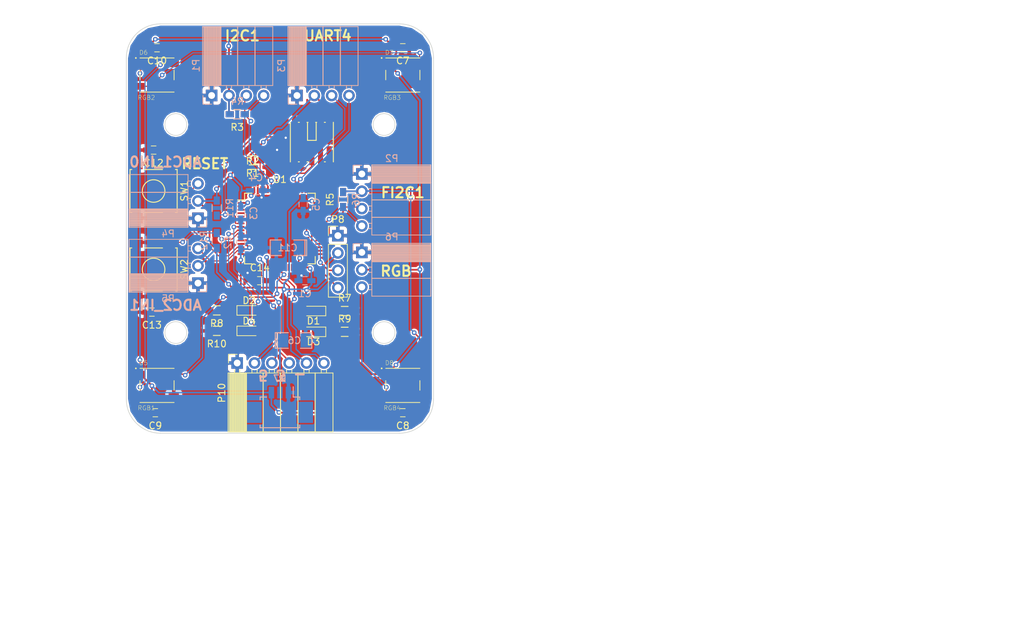
<source format=kicad_pcb>
(kicad_pcb (version 4) (host pcbnew 4.0.5)
  (layers (0 F.Cu signal) (31 B.Cu signal) (34 B.Paste user) (35 F.Paste user) (36 B.SilkS user) (37 F.SilkS user) (38 B.Mask user) (39 F.Mask user) (44 Edge.Cuts user))
  (net 0 "")
  (net 1 /GND)
  (net 2 /3.3V)
  (net 3 /5V)
  (net 4 "Net-(C11-Pad1)")
  (net 5 /NRST)
  (net 6 /PC2)
  (net 7 "Net-(D1-Pad1)")
  (net 8 /PC0)
  (net 9 "Net-(D2-Pad1)")
  (net 10 "Net-(D3-Pad1)")
  (net 11 /PC1)
  (net 12 "Net-(D4-Pad1)")
  (net 13 /PC5)
  (net 14 "Net-(D5-Pad2)")
  (net 15 "Net-(D6-Pad2)")
  (net 16 "Net-(D7-Pad2)")
  (net 17 /RGB_OUT)
  (net 18 /I2C1_SCL)
  (net 19 /I2C1_SDA)
  (net 20 /FI2C1_SCL)
  (net 21 /FI2C1_SDA)
  (net 22 /ADC1_IN0)
  (net 23 /ADC2_IN1)
  (net 24 /SWDCLK)
  (net 25 /SWDO)
  (net 26 /SWDIO)
  (net 27 "Net-(P9-Pad7)")
  (net 28 "Net-(R1-Pad1)")
  (net 29 "Net-(U1-Pad2)")
  (net 30 "Net-(U1-Pad3)")
  (net 31 "Net-(U1-Pad4)")
  (net 32 "Net-(U1-Pad5)")
  (net 33 "Net-(U1-Pad6)")
  (net 34 "Net-(U1-Pad11)")
  (net 35 "Net-(U1-Pad16)")
  (net 36 "Net-(U1-Pad17)")
  (net 37 "Net-(U1-Pad24)")
  (net 38 "Net-(U1-Pad26)")
  (net 39 "Net-(U1-Pad27)")
  (net 40 "Net-(U1-Pad28)")
  (net 41 "Net-(U1-Pad29)")
  (net 42 "Net-(U1-Pad39)")
  (net 43 "Net-(U1-Pad40)")
  (net 44 "Net-(U1-Pad41)")
  (net 45 "Net-(U1-Pad44)")
  (net 46 "Net-(U1-Pad45)")
  (net 47 "Net-(U1-Pad50)")
  (net 48 /UART4_TX)
  (net 49 /UART4_RX)
  (net 50 "Net-(U1-Pad53)")
  (net 51 "Net-(U1-Pad54)")
  (net 52 "Net-(U1-Pad56)")
  (net 53 "Net-(U1-Pad57)")
  (net 54 "Net-(U1-Pad61)")
  (net 55 "Net-(U1-Pad62)")
  (net 56 "Net-(P9-Pad8)")
  (net 57 /SPI1_NSS)
  (net 58 /SPI1_SCK)
  (net 59 /SPI1_MISO)
  (net 60 /SPI1_MOSI)
  (net 61 /SPI2_NSS)
  (net 62 /SPI2_SCK)
  (net 63 /SPI2_MISO)
  (net 64 /SPI2_MOSI)
  (net 65 /USART1_TX)
  (net 66 /USART1_RX)
  (module Capacitors_SMD:C_0603_HandSoldering (layer B.Cu) (at 152.162 112.648)
    (fp_text reference C1 (at 0 1.9) (layer B.SilkS) (effects (justify mirror)))
    (fp_text value 100n)
    (pad 1 smd rect (at -0.95 0) (size 1.2 0.75) (layers B.Cu B.Paste B.Mask) (net 1 /GND))
    (pad 2 smd rect (at 0.95 0) (size 1.2 0.75) (layers B.Cu B.Paste B.Mask) (net 2 /3.3V))
  )
  (module Capacitors_SMD:C_0603_HandSoldering (layer B.Cu) (at 142.764 107.06 270)
    (fp_text reference C2 (at 0 1.9 270) (layer B.SilkS) (effects (justify mirror)))
    (fp_text value 100n)
    (pad 1 smd rect (at -0.95 0 270) (size 1.2 0.75) (layers B.Cu B.Paste B.Mask) (net 1 /GND))
    (pad 2 smd rect (at 0.95 0 270) (size 1.2 0.75) (layers B.Cu B.Paste B.Mask) (net 2 /3.3V))
  )
  (module Capacitors_SMD:C_0603_HandSoldering (layer B.Cu) (at 142.764 102.742 90)
    (fp_text reference C3 (at 0 1.9 90) (layer B.SilkS) (effects (justify mirror)))
    (fp_text value 100n)
    (pad 1 smd rect (at -0.95 0 90) (size 1.2 0.75) (layers B.Cu B.Paste B.Mask) (net 1 /GND))
    (pad 2 smd rect (at 0.95 0 90) (size 1.2 0.75) (layers B.Cu B.Paste B.Mask) (net 2 /3.3V))
  )
  (module Capacitors_SMD:C_0603_HandSoldering (layer B.Cu) (at 145.05 99.44 180)
    (fp_text reference C4 (at 0 1.9 180) (layer B.SilkS) (effects (justify mirror)))
    (fp_text value 100n)
    (pad 1 smd rect (at -0.95 0 180) (size 1.2 0.75) (layers B.Cu B.Paste B.Mask) (net 1 /GND))
    (pad 2 smd rect (at 0.95 0 180) (size 1.2 0.75) (layers B.Cu B.Paste B.Mask) (net 2 /3.3V))
  )
  (module Capacitors_SMD:C_0603_HandSoldering (layer B.Cu) (at 151.908 101.472 90)
    (fp_text reference C5 (at 0 1.9 90) (layer B.SilkS) (effects (justify mirror)))
    (fp_text value 100n)
    (pad 1 smd rect (at -0.95 0 90) (size 1.2 0.75) (layers B.Cu B.Paste B.Mask) (net 1 /GND))
    (pad 2 smd rect (at 0.95 0 90) (size 1.2 0.75) (layers B.Cu B.Paste B.Mask) (net 2 /3.3V))
  )
  (module SMD_Packages:SMD-1206_Pol (layer B.Cu) (at 150.622 121.412)
    (fp_text reference C6 (at 0 0) (layer B.SilkS) (effects (justify mirror)))
    (fp_text value 4.7u)
    (pad 1 smd rect (at -1.651 0) (size 1.524 2.032) (layers B.Cu B.Paste B.Mask) (net 2 /3.3V))
    (pad 2 smd rect (at 1.651 0) (size 1.524 2.032) (layers B.Cu B.Paste B.Mask) (net 1 /GND))
  )
  (module Capacitors_SMD:C_0603_HandSoldering (layer F.Cu) (at 166.5 78.5 180)
    (fp_text reference C7 (at 0 -1.9 180) (layer F.SilkS))
    (fp_text value 100n)
    (pad 1 smd rect (at -0.95 0 180) (size 1.2 0.75) (layers F.Cu F.Paste F.Mask) (net 1 /GND))
    (pad 2 smd rect (at 0.95 0 180) (size 1.2 0.75) (layers F.Cu F.Paste F.Mask) (net 3 /5V))
  )
  (module Capacitors_SMD:C_0603_HandSoldering (layer F.Cu) (at 166.5 132 180)
    (fp_text reference C8 (at 0 -1.9 180) (layer F.SilkS))
    (fp_text value 100n)
    (pad 1 smd rect (at -0.95 0 180) (size 1.2 0.75) (layers F.Cu F.Paste F.Mask) (net 1 /GND))
    (pad 2 smd rect (at 0.95 0 180) (size 1.2 0.75) (layers F.Cu F.Paste F.Mask) (net 3 /5V))
  )
  (module Capacitors_SMD:C_0603_HandSoldering (layer F.Cu) (at 130.25 132 180)
    (fp_text reference C9 (at 0 -1.9 180) (layer F.SilkS))
    (fp_text value 100n)
    (pad 1 smd rect (at -0.95 0 180) (size 1.2 0.75) (layers F.Cu F.Paste F.Mask) (net 1 /GND))
    (pad 2 smd rect (at 0.95 0 180) (size 1.2 0.75) (layers F.Cu F.Paste F.Mask) (net 3 /5V))
  )
  (module Capacitors_SMD:C_0603_HandSoldering (layer F.Cu) (at 130.5 78.5 180)
    (fp_text reference C10 (at 0 -1.9 180) (layer F.SilkS))
    (fp_text value 100n)
    (pad 1 smd rect (at -0.95 0 180) (size 1.2 0.75) (layers F.Cu F.Paste F.Mask) (net 1 /GND))
    (pad 2 smd rect (at 0.95 0 180) (size 1.2 0.75) (layers F.Cu F.Paste F.Mask) (net 3 /5V))
  )
  (module SMD_Packages:SMD-1206_Pol (layer B.Cu) (at 149.622 107.822 180)
    (fp_text reference C11 (at 0 0 180) (layer B.SilkS) (effects (justify mirror)))
    (fp_text value 4.7u)
    (pad 1 smd rect (at -1.651 0 180) (size 1.524 2.032) (layers B.Cu B.Paste B.Mask) (net 4 "Net-(C11-Pad1)"))
    (pad 2 smd rect (at 1.651 0 180) (size 1.524 2.032) (layers B.Cu B.Paste B.Mask) (net 1 /GND))
  )
  (module Capacitors_SMD:C_0603_HandSoldering (layer F.Cu) (at 130 93.5 180)
    (fp_text reference C12 (at 0 -1.9 180) (layer F.SilkS))
    (fp_text value 100n)
    (pad 1 smd rect (at -0.95 0 180) (size 1.2 0.75) (layers F.Cu F.Paste F.Mask) (net 5 /NRST))
    (pad 2 smd rect (at 0.95 0 180) (size 1.2 0.75) (layers F.Cu F.Paste F.Mask) (net 1 /GND))
  )
  (module Capacitors_SMD:C_0603_HandSoldering (layer F.Cu) (at 129.75 117.25 180)
    (fp_text reference C13 (at 0 -1.9 180) (layer F.SilkS))
    (fp_text value 100n)
    (pad 1 smd rect (at -0.95 0 180) (size 1.2 0.75) (layers F.Cu F.Paste F.Mask) (net 6 /PC2))
    (pad 2 smd rect (at 0.95 0 180) (size 1.2 0.75) (layers F.Cu F.Paste F.Mask) (net 1 /GND))
  )
  (module Capacitors_SMD:C_0603_HandSoldering (layer F.Cu) (at 145.558 112.648)
    (fp_text reference C14 (at 0 -1.9) (layer F.SilkS))
    (fp_text value 100n)
    (pad 1 smd rect (at -0.95 0) (size 1.2 0.75) (layers F.Cu F.Paste F.Mask) (net 1 /GND))
    (pad 2 smd rect (at 0.95 0) (size 1.2 0.75) (layers F.Cu F.Paste F.Mask) (net 2 /3.3V))
  )
  (module LEDs:LED_0805 (layer F.Cu) (at 153.416 117.094 180)
    (fp_text reference D1 (at 0 -1.45 180) (layer F.SilkS))
    (fp_text value Power)
    (pad 2 smd rect (at 1.1 0) (size 1.2 1.2) (layers F.Cu F.Paste F.Mask) (net 2 /3.3V))
    (pad 1 smd rect (at -1.1 0) (size 1.2 1.2) (layers F.Cu F.Paste F.Mask) (net 7 "Net-(D1-Pad1)"))
  )
  (module LEDs:LED_0805 (layer F.Cu) (at 144 117)
    (fp_text reference D2 (at 0 -1.45) (layer F.SilkS))
    (fp_text value PC0)
    (pad 2 smd rect (at 1.1 0 180) (size 1.2 1.2) (layers F.Cu F.Paste F.Mask) (net 8 /PC0))
    (pad 1 smd rect (at -1.1 0 180) (size 1.2 1.2) (layers F.Cu F.Paste F.Mask) (net 9 "Net-(D2-Pad1)"))
  )
  (module LEDs:LED_0805 (layer F.Cu) (at 153.416 120.142 180)
    (fp_text reference D3 (at 0 -1.45 180) (layer F.SilkS))
    (fp_text value 5V)
    (pad 2 smd rect (at 1.1 0) (size 1.2 1.2) (layers F.Cu F.Paste F.Mask) (net 3 /5V))
    (pad 1 smd rect (at -1.1 0) (size 1.2 1.2) (layers F.Cu F.Paste F.Mask) (net 10 "Net-(D3-Pad1)"))
  )
  (module LEDs:LED_0805 (layer F.Cu) (at 144 120)
    (fp_text reference D4 (at 0 -1.45) (layer F.SilkS))
    (fp_text value PC1)
    (pad 2 smd rect (at 1.1 0 180) (size 1.2 1.2) (layers F.Cu F.Paste F.Mask) (net 11 /PC1))
    (pad 1 smd rect (at -1.1 0 180) (size 1.2 1.2) (layers F.Cu F.Paste F.Mask) (net 12 "Net-(D4-Pad1)"))
  )
  (module Common-Parts-Library:LED_WS2812B (layer F.Cu) (at 130.5 128)
    (fp_text reference D5 (at -1.9744 -3.3064) (layer F.SilkS) (effects (font (size 0.64 0.64) (thickness 0.05))))
    (fp_text value RGB1 (at -1.55318 3.30908) (layer F.SilkS) (effects (font (size 0.64 0.64) (thickness 0.05))))
    (pad 1 smd rect (at -2.45 -1.65 90) (size 1 1.5) (layers F.Cu F.Paste F.Mask) (net 3 /5V))
    (pad 4 smd rect (at 2.45 -1.65 90) (size 1 1.5) (layers F.Cu F.Paste F.Mask) (net 13 /PC5))
    (pad 2 smd rect (at -2.45 1.65 90) (size 1 1.5) (layers F.Cu F.Paste F.Mask) (net 14 "Net-(D5-Pad2)"))
    (pad 3 smd rect (at 2.45 1.65 90) (size 1 1.5) (layers F.Cu F.Paste F.Mask) (net 1 /GND))
  )
  (module Common-Parts-Library:LED_WS2812B (layer F.Cu) (at 130.5 82.5)
    (fp_text reference D6 (at -1.9744 -3.3064) (layer F.SilkS) (effects (font (size 0.64 0.64) (thickness 0.05))))
    (fp_text value RGB2 (at -1.55318 3.30908) (layer F.SilkS) (effects (font (size 0.64 0.64) (thickness 0.05))))
    (pad 1 smd rect (at -2.45 -1.65 90) (size 1 1.5) (layers F.Cu F.Paste F.Mask) (net 3 /5V))
    (pad 4 smd rect (at 2.45 -1.65 90) (size 1 1.5) (layers F.Cu F.Paste F.Mask) (net 14 "Net-(D5-Pad2)"))
    (pad 2 smd rect (at -2.45 1.65 90) (size 1 1.5) (layers F.Cu F.Paste F.Mask) (net 15 "Net-(D6-Pad2)"))
    (pad 3 smd rect (at 2.45 1.65 90) (size 1 1.5) (layers F.Cu F.Paste F.Mask) (net 1 /GND))
  )
  (module Common-Parts-Library:LED_WS2812B (layer F.Cu) (at 166.5 82.5)
    (fp_text reference D7 (at -1.9744 -3.3064) (layer F.SilkS) (effects (font (size 0.64 0.64) (thickness 0.05))))
    (fp_text value RGB3 (at -1.55318 3.30908) (layer F.SilkS) (effects (font (size 0.64 0.64) (thickness 0.05))))
    (pad 1 smd rect (at -2.45 -1.65 90) (size 1 1.5) (layers F.Cu F.Paste F.Mask) (net 3 /5V))
    (pad 4 smd rect (at 2.45 -1.65 90) (size 1 1.5) (layers F.Cu F.Paste F.Mask) (net 15 "Net-(D6-Pad2)"))
    (pad 2 smd rect (at -2.45 1.65 90) (size 1 1.5) (layers F.Cu F.Paste F.Mask) (net 16 "Net-(D7-Pad2)"))
    (pad 3 smd rect (at 2.45 1.65 90) (size 1 1.5) (layers F.Cu F.Paste F.Mask) (net 1 /GND))
  )
  (module Common-Parts-Library:LED_WS2812B (layer F.Cu) (at 166.5 128)
    (fp_text reference D8 (at -1.9744 -3.3064) (layer F.SilkS) (effects (font (size 0.64 0.64) (thickness 0.05))))
    (fp_text value RGB4 (at -1.55318 3.30908) (layer F.SilkS) (effects (font (size 0.64 0.64) (thickness 0.05))))
    (pad 1 smd rect (at -2.45 -1.65 90) (size 1 1.5) (layers F.Cu F.Paste F.Mask) (net 3 /5V))
    (pad 4 smd rect (at 2.45 -1.65 90) (size 1 1.5) (layers F.Cu F.Paste F.Mask) (net 16 "Net-(D7-Pad2)"))
    (pad 2 smd rect (at -2.45 1.65 90) (size 1 1.5) (layers F.Cu F.Paste F.Mask) (net 17 /RGB_OUT))
    (pad 3 smd rect (at 2.45 1.65 90) (size 1 1.5) (layers F.Cu F.Paste F.Mask) (net 1 /GND))
  )
  (module Socket_Strips:Socket_Strip_Angled_1x04_Pitch2.54mm (layer B.Cu) (at 138.5 85.5 270)
    (fp_text reference P1 (at -4.38 2.27 270) (layer B.SilkS) (effects (justify mirror)))
    (fp_text value I2C1)
    (pad 1 thru_hole rect (at 0 0 270) (size 1.7 1.7) (drill 1) (layers *.Cu *.Mask) (net 1 /GND))
    (pad 2 thru_hole oval (at 0 -2.54 270) (size 1.7 1.7) (drill 1) (layers *.Cu *.Mask) (net 3 /5V))
    (pad 3 thru_hole oval (at 0 -5.08 270) (size 1.7 1.7) (drill 1) (layers *.Cu *.Mask) (net 18 /I2C1_SCL))
    (pad 4 thru_hole oval (at 0 -7.62 270) (size 1.7 1.7) (drill 1) (layers *.Cu *.Mask) (net 19 /I2C1_SDA))
  )
  (module Socket_Strips:Socket_Strip_Angled_1x04_Pitch2.54mm (layer B.Cu) (at 160.5 97 180)
    (fp_text reference P2 (at -4.38 2.27 180) (layer B.SilkS) (effects (justify mirror)))
    (fp_text value FI2C1)
    (pad 1 thru_hole rect (at 0 0 180) (size 1.7 1.7) (drill 1) (layers *.Cu *.Mask) (net 1 /GND))
    (pad 2 thru_hole oval (at 0 -2.54 180) (size 1.7 1.7) (drill 1) (layers *.Cu *.Mask) (net 3 /5V))
    (pad 3 thru_hole oval (at 0 -5.08 180) (size 1.7 1.7) (drill 1) (layers *.Cu *.Mask) (net 20 /FI2C1_SCL))
    (pad 4 thru_hole oval (at 0 -7.62 180) (size 1.7 1.7) (drill 1) (layers *.Cu *.Mask) (net 21 /FI2C1_SDA))
  )
  (module Socket_Strips:Socket_Strip_Angled_1x04_Pitch2.54mm (layer B.Cu) (at 151 85.5 270)
    (fp_text reference P3 (at -4.38 2.27 270) (layer B.SilkS) (effects (justify mirror)))
    (fp_text value UART4)
    (pad 1 thru_hole rect (at 0 0 270) (size 1.7 1.7) (drill 1) (layers *.Cu *.Mask) (net 1 /GND))
    (pad 2 thru_hole oval (at 0 -2.54 270) (size 1.7 1.7) (drill 1) (layers *.Cu *.Mask) (net 2 /3.3V))
    (pad 3 thru_hole oval (at 0 -5.08 270) (size 1.7 1.7) (drill 1) (layers *.Cu *.Mask) (net 49 /UART4_RX))
    (pad 4 thru_hole oval (at 0 -7.62 270) (size 1.7 1.7) (drill 1) (layers *.Cu *.Mask) (net 48 /UART4_TX))
  )
  (module Socket_Strips:Socket_Strip_Angled_1x03_Pitch2.54mm (layer B.Cu) (at 136.5 103.5)
    (fp_text reference P4 (at -4.38 2.27) (layer B.SilkS) (effects (justify mirror)))
    (fp_text value ADC1)
    (pad 1 thru_hole rect (at 0 0) (size 1.7 1.7) (drill 1) (layers *.Cu *.Mask) (net 1 /GND))
    (pad 2 thru_hole oval (at 0 -2.54) (size 1.7 1.7) (drill 1) (layers *.Cu *.Mask) (net 2 /3.3V))
    (pad 3 thru_hole oval (at 0 -5.08) (size 1.7 1.7) (drill 1) (layers *.Cu *.Mask) (net 22 /ADC1_IN0))
  )
  (module Socket_Strips:Socket_Strip_Angled_1x03_Pitch2.54mm (layer B.Cu) (at 136.5 113)
    (fp_text reference P5 (at -4.38 2.27) (layer B.SilkS) (effects (justify mirror)))
    (fp_text value ADC2)
    (pad 1 thru_hole rect (at 0 0) (size 1.7 1.7) (drill 1) (layers *.Cu *.Mask) (net 1 /GND))
    (pad 2 thru_hole oval (at 0 -2.54) (size 1.7 1.7) (drill 1) (layers *.Cu *.Mask) (net 2 /3.3V))
    (pad 3 thru_hole oval (at 0 -5.08) (size 1.7 1.7) (drill 1) (layers *.Cu *.Mask) (net 23 /ADC2_IN1))
  )
  (module Socket_Strips:Socket_Strip_Angled_1x03_Pitch2.54mm (layer B.Cu) (at 160.5 108.5 180)
    (fp_text reference P6 (at -4.38 2.27 180) (layer B.SilkS) (effects (justify mirror)))
    (fp_text value RGB_OUT)
    (pad 1 thru_hole rect (at 0 0 180) (size 1.7 1.7) (drill 1) (layers *.Cu *.Mask) (net 1 /GND))
    (pad 2 thru_hole oval (at 0 -2.54 180) (size 1.7 1.7) (drill 1) (layers *.Cu *.Mask) (net 3 /5V))
    (pad 3 thru_hole oval (at 0 -5.08 180) (size 1.7 1.7) (drill 1) (layers *.Cu *.Mask) (net 17 /RGB_OUT))
  )
  (module Connectors_Molex:Molex_PicoBlade_53261-0371_03x1.25mm_Angled (layer B.Cu) (at 148.5 130.5 180)
    (fp_text reference P7 (at 0 3.5 180) (layer B.SilkS) (effects (justify mirror)))
    (fp_text value Power)
    (pad 1 smd rect (at -1.25 1.45 180) (size 0.8 1.7) (layers B.Cu B.Paste B.Mask) (net 1 /GND))
    (pad 2 smd rect (at 0 1.45 180) (size 0.8 1.7) (layers B.Cu B.Paste B.Mask) (net 2 /3.3V))
    (pad 3 smd rect (at 1.25 1.45 180) (size 0.8 1.7) (layers B.Cu B.Paste B.Mask) (net 3 /5V))
    (pad "" smd rect (at -3.75 -1.45 180) (size 2.2 3.1) (layers B.Cu B.Paste B.Mask))
    (pad "" smd rect (at 3.75 -1.45 180) (size 2.2 3.1) (layers B.Cu B.Paste B.Mask))
  )
  (module Resistors_SMD:R_0603_HandSoldering (layer F.Cu) (at 144.5 95 180)
    (fp_text reference R1 (at 0 -1.9 180) (layer F.SilkS))
    (fp_text value 10k)
    (pad 1 smd rect (at -1.1 0 180) (size 1.2 0.9) (layers F.Cu F.Paste F.Mask) (net 28 "Net-(R1-Pad1)"))
    (pad 2 smd rect (at 1.1 0 180) (size 1.2 0.9) (layers F.Cu F.Paste F.Mask) (net 2 /3.3V))
  )
  (module Resistors_SMD:R_0603_HandSoldering (layer F.Cu) (at 144.5 97)
    (fp_text reference R2 (at 0 -1.9) (layer F.SilkS))
    (fp_text value 10k)
    (pad 1 smd rect (at -1.1 0) (size 1.2 0.9) (layers F.Cu F.Paste F.Mask) (net 1 /GND))
    (pad 2 smd rect (at 1.1 0) (size 1.2 0.9) (layers F.Cu F.Paste F.Mask) (net 28 "Net-(R1-Pad1)"))
  )
  (module Resistors_SMD:R_0603_HandSoldering (layer F.Cu) (at 142.25 88.25 180)
    (fp_text reference R3 (at 0 -1.9 180) (layer F.SilkS))
    (fp_text value 2k)
    (pad 1 smd rect (at -1.1 0 180) (size 1.2 0.9) (layers F.Cu F.Paste F.Mask) (net 18 /I2C1_SCL))
    (pad 2 smd rect (at 1.1 0 180) (size 1.2 0.9) (layers F.Cu F.Paste F.Mask) (net 3 /5V))
  )
  (module Resistors_SMD:R_0603_HandSoldering (layer B.Cu) (at 142.25 88.25 180)
    (fp_text reference R4 (at 0 1.9 180) (layer B.SilkS) (effects (justify mirror)))
    (fp_text value 2k)
    (pad 1 smd rect (at -1.1 0 180) (size 1.2 0.9) (layers B.Cu B.Paste B.Mask) (net 19 /I2C1_SDA))
    (pad 2 smd rect (at 1.1 0 180) (size 1.2 0.9) (layers B.Cu B.Paste B.Mask) (net 3 /5V))
  )
  (module Resistors_SMD:R_0603_HandSoldering (layer F.Cu) (at 157.75 100.75 90)
    (fp_text reference R5 (at 0 -1.9 90) (layer F.SilkS))
    (fp_text value 2k)
    (pad 1 smd rect (at -1.1 0 90) (size 1.2 0.9) (layers F.Cu F.Paste F.Mask) (net 20 /FI2C1_SCL))
    (pad 2 smd rect (at 1.1 0 90) (size 1.2 0.9) (layers F.Cu F.Paste F.Mask) (net 3 /5V))
  )
  (module Resistors_SMD:R_0603_HandSoldering (layer B.Cu) (at 157.75 100.75 90)
    (fp_text reference R6 (at 0 1.9 90) (layer B.SilkS) (effects (justify mirror)))
    (fp_text value 2k)
    (pad 1 smd rect (at -1.1 0 90) (size 1.2 0.9) (layers B.Cu B.Paste B.Mask) (net 21 /FI2C1_SDA))
    (pad 2 smd rect (at 1.1 0 90) (size 1.2 0.9) (layers B.Cu B.Paste B.Mask) (net 3 /5V))
  )
  (module Resistors_SMD:R_0603_HandSoldering (layer F.Cu) (at 157.988 117.094)
    (fp_text reference R7 (at 0 -1.9) (layer F.SilkS))
    (fp_text value 150)
    (pad 1 smd rect (at -1.1 0) (size 1.2 0.9) (layers F.Cu F.Paste F.Mask) (net 7 "Net-(D1-Pad1)"))
    (pad 2 smd rect (at 1.1 0) (size 1.2 0.9) (layers F.Cu F.Paste F.Mask) (net 1 /GND))
  )
  (module Resistors_SMD:R_0603_HandSoldering (layer F.Cu) (at 139.25 117 180)
    (fp_text reference R8 (at 0 -1.9 180) (layer F.SilkS))
    (fp_text value 150)
    (pad 1 smd rect (at -1.1 0 180) (size 1.2 0.9) (layers F.Cu F.Paste F.Mask) (net 9 "Net-(D2-Pad1)"))
    (pad 2 smd rect (at 1.1 0 180) (size 1.2 0.9) (layers F.Cu F.Paste F.Mask) (net 1 /GND))
  )
  (module Resistors_SMD:R_0603_HandSoldering (layer F.Cu) (at 157.988 120.142)
    (fp_text reference R9 (at 0 -1.9) (layer F.SilkS))
    (fp_text value 150)
    (pad 1 smd rect (at -1.1 0) (size 1.2 0.9) (layers F.Cu F.Paste F.Mask) (net 10 "Net-(D3-Pad1)"))
    (pad 2 smd rect (at 1.1 0) (size 1.2 0.9) (layers F.Cu F.Paste F.Mask) (net 1 /GND))
  )
  (module Resistors_SMD:R_0603_HandSoldering (layer F.Cu) (at 139.25 120 180)
    (fp_text reference R10 (at 0 -1.9 180) (layer F.SilkS))
    (fp_text value 150)
    (pad 1 smd rect (at -1.1 0 180) (size 1.2 0.9) (layers F.Cu F.Paste F.Mask) (net 12 "Net-(D4-Pad1)"))
    (pad 2 smd rect (at 1.1 0 180) (size 1.2 0.9) (layers F.Cu F.Paste F.Mask) (net 1 /GND))
  )
  (module Resistors_SMD:R_0603_HandSoldering (layer B.Cu) (at 139.25 102 90)
    (fp_text reference R11 (at 0 1.9 90) (layer B.SilkS) (effects (justify mirror)))
    (fp_text value 10k)
    (pad 1 smd rect (at -1.1 0 90) (size 1.2 0.9) (layers B.Cu B.Paste B.Mask) (net 5 /NRST))
    (pad 2 smd rect (at 1.1 0 90) (size 1.2 0.9) (layers B.Cu B.Paste B.Mask) (net 2 /3.3V))
  )
  (module Resistors_SMD:R_0603_HandSoldering (layer B.Cu) (at 139.25 106.75 270)
    (fp_text reference R12 (at 0 1.9 270) (layer B.SilkS) (effects (justify mirror)))
    (fp_text value 10k)
    (pad 1 smd rect (at -1.1 0 270) (size 1.2 0.9) (layers B.Cu B.Paste B.Mask) (net 6 /PC2))
    (pad 2 smd rect (at 1.1 0 270) (size 1.2 0.9) (layers B.Cu B.Paste B.Mask) (net 2 /3.3V))
  )
  (module Buttons_Switches_SMD:SW_SPST_B3S-1000 (layer F.Cu) (at 130 99.5 270)
    (fp_text reference SW1 (at 0 -4.5 270) (layer F.SilkS))
    (fp_text value Reset)
    (pad 1 smd rect (at -3.975 -2.25 270) (size 1.55 1.3) (layers F.Cu F.Paste F.Mask) (net 5 /NRST))
    (pad 1 smd rect (at 3.975 -2.25 270) (size 1.55 1.3) (layers F.Cu F.Paste F.Mask) (net 5 /NRST))
    (pad 2 smd rect (at -3.975 2.25 270) (size 1.55 1.3) (layers F.Cu F.Paste F.Mask) (net 1 /GND))
    (pad 2 smd rect (at 3.975 2.25 270) (size 1.55 1.3) (layers F.Cu F.Paste F.Mask) (net 1 /GND))
  )
  (module Buttons_Switches_SMD:SW_SPST_B3S-1000 (layer F.Cu) (at 130 111 270)
    (fp_text reference SW2 (at 0 -4.5 270) (layer F.SilkS))
    (fp_text value USER)
    (pad 1 smd rect (at -3.975 -2.25 270) (size 1.55 1.3) (layers F.Cu F.Paste F.Mask) (net 6 /PC2))
    (pad 1 smd rect (at 3.975 -2.25 270) (size 1.55 1.3) (layers F.Cu F.Paste F.Mask) (net 6 /PC2))
    (pad 2 smd rect (at -3.975 2.25 270) (size 1.55 1.3) (layers F.Cu F.Paste F.Mask) (net 1 /GND))
    (pad 2 smd rect (at 3.975 2.25 270) (size 1.55 1.3) (layers F.Cu F.Paste F.Mask) (net 1 /GND))
  )
  (module Housings_QFP:LQFP-64_10x10mm_Pitch0.5mm (layer F.Cu) (at 148.5 105)
    (fp_text reference U1 (at 0 -7.2) (layer F.SilkS))
    (fp_text value STM32F446RETx)
    (pad 1 smd rect (at -5.7 -3.75) (size 1 0.25) (layers F.Cu F.Paste F.Mask) (net 2 /3.3V))
    (pad 2 smd rect (at -5.7 -3.25) (size 1 0.25) (layers F.Cu F.Paste F.Mask) (net 29 "Net-(U1-Pad2)"))
    (pad 3 smd rect (at -5.7 -2.75) (size 1 0.25) (layers F.Cu F.Paste F.Mask) (net 30 "Net-(U1-Pad3)"))
    (pad 4 smd rect (at -5.7 -2.25) (size 1 0.25) (layers F.Cu F.Paste F.Mask) (net 31 "Net-(U1-Pad4)"))
    (pad 5 smd rect (at -5.7 -1.75) (size 1 0.25) (layers F.Cu F.Paste F.Mask) (net 32 "Net-(U1-Pad5)"))
    (pad 6 smd rect (at -5.7 -1.25) (size 1 0.25) (layers F.Cu F.Paste F.Mask) (net 33 "Net-(U1-Pad6)"))
    (pad 7 smd rect (at -5.7 -0.75) (size 1 0.25) (layers F.Cu F.Paste F.Mask) (net 5 /NRST))
    (pad 8 smd rect (at -5.7 -0.25) (size 1 0.25) (layers F.Cu F.Paste F.Mask) (net 8 /PC0))
    (pad 9 smd rect (at -5.7 0.25) (size 1 0.25) (layers F.Cu F.Paste F.Mask) (net 11 /PC1))
    (pad 10 smd rect (at -5.7 0.75) (size 1 0.25) (layers F.Cu F.Paste F.Mask) (net 6 /PC2))
    (pad 11 smd rect (at -5.7 1.25) (size 1 0.25) (layers F.Cu F.Paste F.Mask) (net 34 "Net-(U1-Pad11)"))
    (pad 12 smd rect (at -5.7 1.75) (size 1 0.25) (layers F.Cu F.Paste F.Mask) (net 1 /GND))
    (pad 13 smd rect (at -5.7 2.25) (size 1 0.25) (layers F.Cu F.Paste F.Mask) (net 2 /3.3V))
    (pad 14 smd rect (at -5.7 2.75) (size 1 0.25) (layers F.Cu F.Paste F.Mask) (net 22 /ADC1_IN0))
    (pad 15 smd rect (at -5.7 3.25) (size 1 0.25) (layers F.Cu F.Paste F.Mask) (net 23 /ADC2_IN1))
    (pad 16 smd rect (at -5.7 3.75) (size 1 0.25) (layers F.Cu F.Paste F.Mask) (net 35 "Net-(U1-Pad16)"))
    (pad 17 smd rect (at -3.75 5.7 90) (size 1 0.25) (layers F.Cu F.Paste F.Mask) (net 36 "Net-(U1-Pad17)"))
    (pad 18 smd rect (at -3.25 5.7 90) (size 1 0.25) (layers F.Cu F.Paste F.Mask) (net 1 /GND))
    (pad 19 smd rect (at -2.75 5.7 90) (size 1 0.25) (layers F.Cu F.Paste F.Mask) (net 2 /3.3V))
    (pad 20 smd rect (at -2.25 5.7 90) (size 1 0.25) (layers F.Cu F.Paste F.Mask) (net 57 /SPI1_NSS))
    (pad 21 smd rect (at -1.75 5.7 90) (size 1 0.25) (layers F.Cu F.Paste F.Mask) (net 58 /SPI1_SCK))
    (pad 22 smd rect (at -1.25 5.7 90) (size 1 0.25) (layers F.Cu F.Paste F.Mask) (net 59 /SPI1_MISO))
    (pad 23 smd rect (at -0.75 5.7 90) (size 1 0.25) (layers F.Cu F.Paste F.Mask) (net 60 /SPI1_MOSI))
    (pad 24 smd rect (at -0.25 5.7 90) (size 1 0.25) (layers F.Cu F.Paste F.Mask) (net 37 "Net-(U1-Pad24)"))
    (pad 25 smd rect (at 0.25 5.7 90) (size 1 0.25) (layers F.Cu F.Paste F.Mask) (net 13 /PC5))
    (pad 26 smd rect (at 0.75 5.7 90) (size 1 0.25) (layers F.Cu F.Paste F.Mask) (net 38 "Net-(U1-Pad26)"))
    (pad 27 smd rect (at 1.25 5.7 90) (size 1 0.25) (layers F.Cu F.Paste F.Mask) (net 39 "Net-(U1-Pad27)"))
    (pad 28 smd rect (at 1.75 5.7 90) (size 1 0.25) (layers F.Cu F.Paste F.Mask) (net 40 "Net-(U1-Pad28)"))
    (pad 29 smd rect (at 2.25 5.7 90) (size 1 0.25) (layers F.Cu F.Paste F.Mask) (net 41 "Net-(U1-Pad29)"))
    (pad 30 smd rect (at 2.75 5.7 90) (size 1 0.25) (layers F.Cu F.Paste F.Mask) (net 4 "Net-(C11-Pad1)"))
    (pad 31 smd rect (at 3.25 5.7 90) (size 1 0.25) (layers F.Cu F.Paste F.Mask) (net 1 /GND))
    (pad 32 smd rect (at 3.75 5.7 90) (size 1 0.25) (layers F.Cu F.Paste F.Mask) (net 2 /3.3V))
    (pad 33 smd rect (at 5.7 3.75) (size 1 0.25) (layers F.Cu F.Paste F.Mask) (net 61 /SPI2_NSS))
    (pad 34 smd rect (at 5.7 3.25) (size 1 0.25) (layers F.Cu F.Paste F.Mask) (net 62 /SPI2_SCK))
    (pad 35 smd rect (at 5.7 2.75) (size 1 0.25) (layers F.Cu F.Paste F.Mask) (net 63 /SPI2_MISO))
    (pad 36 smd rect (at 5.7 2.25) (size 1 0.25) (layers F.Cu F.Paste F.Mask) (net 64 /SPI2_MOSI))
    (pad 37 smd rect (at 5.7 1.75) (size 1 0.25) (layers F.Cu F.Paste F.Mask) (net 20 /FI2C1_SCL))
    (pad 38 smd rect (at 5.7 1.25) (size 1 0.25) (layers F.Cu F.Paste F.Mask) (net 21 /FI2C1_SDA))
    (pad 39 smd rect (at 5.7 0.75) (size 1 0.25) (layers F.Cu F.Paste F.Mask) (net 42 "Net-(U1-Pad39)"))
    (pad 40 smd rect (at 5.7 0.25) (size 1 0.25) (layers F.Cu F.Paste F.Mask) (net 43 "Net-(U1-Pad40)"))
    (pad 41 smd rect (at 5.7 -0.25) (size 1 0.25) (layers F.Cu F.Paste F.Mask) (net 44 "Net-(U1-Pad41)"))
    (pad 42 smd rect (at 5.7 -0.75) (size 1 0.25) (layers F.Cu F.Paste F.Mask) (net 65 /USART1_TX))
    (pad 43 smd rect (at 5.7 -1.25) (size 1 0.25) (layers F.Cu F.Paste F.Mask) (net 66 /USART1_RX))
    (pad 44 smd rect (at 5.7 -1.75) (size 1 0.25) (layers F.Cu F.Paste F.Mask) (net 45 "Net-(U1-Pad44)"))
    (pad 45 smd rect (at 5.7 -2.25) (size 1 0.25) (layers F.Cu F.Paste F.Mask) (net 46 "Net-(U1-Pad45)"))
    (pad 46 smd rect (at 5.7 -2.75) (size 1 0.25) (layers F.Cu F.Paste F.Mask) (net 26 /SWDIO))
    (pad 47 smd rect (at 5.7 -3.25) (size 1 0.25) (layers F.Cu F.Paste F.Mask) (net 1 /GND))
    (pad 48 smd rect (at 5.7 -3.75) (size 1 0.25) (layers F.Cu F.Paste F.Mask) (net 2 /3.3V))
    (pad 49 smd rect (at 3.75 -5.7 90) (size 1 0.25) (layers F.Cu F.Paste F.Mask) (net 24 /SWDCLK))
    (pad 50 smd rect (at 3.25 -5.7 90) (size 1 0.25) (layers F.Cu F.Paste F.Mask) (net 47 "Net-(U1-Pad50)"))
    (pad 51 smd rect (at 2.75 -5.7 90) (size 1 0.25) (layers F.Cu F.Paste F.Mask) (net 48 /UART4_TX))
    (pad 52 smd rect (at 2.25 -5.7 90) (size 1 0.25) (layers F.Cu F.Paste F.Mask) (net 49 /UART4_RX))
    (pad 53 smd rect (at 1.75 -5.7 90) (size 1 0.25) (layers F.Cu F.Paste F.Mask) (net 50 "Net-(U1-Pad53)"))
    (pad 54 smd rect (at 1.25 -5.7 90) (size 1 0.25) (layers F.Cu F.Paste F.Mask) (net 51 "Net-(U1-Pad54)"))
    (pad 55 smd rect (at 0.75 -5.7 90) (size 1 0.25) (layers F.Cu F.Paste F.Mask) (net 25 /SWDO))
    (pad 56 smd rect (at 0.25 -5.7 90) (size 1 0.25) (layers F.Cu F.Paste F.Mask) (net 52 "Net-(U1-Pad56)"))
    (pad 57 smd rect (at -0.25 -5.7 90) (size 1 0.25) (layers F.Cu F.Paste F.Mask) (net 53 "Net-(U1-Pad57)"))
    (pad 58 smd rect (at -0.75 -5.7 90) (size 1 0.25) (layers F.Cu F.Paste F.Mask) (net 18 /I2C1_SCL))
    (pad 59 smd rect (at -1.25 -5.7 90) (size 1 0.25) (layers F.Cu F.Paste F.Mask) (net 19 /I2C1_SDA))
    (pad 60 smd rect (at -1.75 -5.7 90) (size 1 0.25) (layers F.Cu F.Paste F.Mask) (net 28 "Net-(R1-Pad1)"))
    (pad 61 smd rect (at -2.25 -5.7 90) (size 1 0.25) (layers F.Cu F.Paste F.Mask) (net 54 "Net-(U1-Pad61)"))
    (pad 62 smd rect (at -2.75 -5.7 90) (size 1 0.25) (layers F.Cu F.Paste F.Mask) (net 55 "Net-(U1-Pad62)"))
    (pad 63 smd rect (at -3.25 -5.7 90) (size 1 0.25) (layers F.Cu F.Paste F.Mask) (net 1 /GND))
    (pad 64 smd rect (at -3.75 -5.7 90) (size 1 0.25) (layers F.Cu F.Paste F.Mask) (net 2 /3.3V))
  )
  (module pkl_samtec:FTSH-105-XX-X-DV (layer F.Cu) (at 153.178 92.328)
    (fp_text reference P9)
    (fp_text value JTAG-10)
    (pad 1 smd rect (at 2.54 -2 180) (size 0.74 2.8) (layers F.Cu F.Paste F.Mask) (net 2 /3.3V))
    (pad 2 smd rect (at 2.54 2 180) (size 0.74 2.8) (layers F.Cu F.Paste F.Mask) (net 26 /SWDIO))
    (pad 3 smd rect (at 1.27 -2 180) (size 0.74 2.8) (layers F.Cu F.Paste F.Mask) (net 1 /GND))
    (pad 4 smd rect (at 1.27 2 180) (size 0.74 2.8) (layers F.Cu F.Paste F.Mask) (net 24 /SWDCLK))
    (pad 5 smd rect (at 0 -2 180) (size 0.74 2.8) (layers F.Cu F.Paste F.Mask) (net 1 /GND))
    (pad 6 smd rect (at 0 2 180) (size 0.74 2.8) (layers F.Cu F.Paste F.Mask) (net 25 /SWDO))
    (pad 7 smd rect (at -1.27 -2 180) (size 0.74 2.8) (layers F.Cu F.Paste F.Mask) (net 27 "Net-(P9-Pad7)"))
    (pad 8 smd rect (at -1.27 2 180) (size 0.74 2.8) (layers F.Cu F.Paste F.Mask) (net 56 "Net-(P9-Pad8)"))
    (pad 9 smd rect (at -2.54 -2 180) (size 0.74 2.8) (layers F.Cu F.Paste F.Mask) (net 1 /GND))
    (pad 10 smd rect (at -2.54 2 180) (size 0.74 2.8) (layers F.Cu F.Paste F.Mask) (net 5 /NRST))
  )
  (module Pin_Headers:Pin_Header_Straight_1x04_Pitch2.54mm (layer F.Cu) (at 156.988 106.044)
    (fp_text reference P8 (at 0 -2.39) (layer F.SilkS))
    (fp_text value UART1)
    (pad 1 thru_hole rect (at 0 0) (size 1.7 1.7) (drill 1) (layers *.Cu *.Mask) (net 1 /GND))
    (pad 2 thru_hole oval (at 0 2.54) (size 1.7 1.7) (drill 1) (layers *.Cu *.Mask) (net 2 /3.3V))
    (pad 3 thru_hole oval (at 0 5.08) (size 1.7 1.7) (drill 1) (layers *.Cu *.Mask) (net 66 /USART1_RX))
    (pad 4 thru_hole oval (at 0 7.62) (size 1.7 1.7) (drill 1) (layers *.Cu *.Mask) (net 65 /USART1_TX))
  )
  (module Socket_Strips:Socket_Strip_Angled_1x06_Pitch2.54mm (layer F.Cu) (at 142.24 124.714 90)
    (fp_text reference P10 (at -4.38 -2.27 90) (layer F.SilkS))
    (fp_text value SPI1)
    (pad 1 thru_hole rect (at 0 0 90) (size 1.7 1.7) (drill 1) (layers *.Cu *.Mask) (net 1 /GND))
    (pad 2 thru_hole oval (at 0 2.54 90) (size 1.7 1.7) (drill 1) (layers *.Cu *.Mask) (net 2 /3.3V))
    (pad 3 thru_hole oval (at 0 5.08 90) (size 1.7 1.7) (drill 1) (layers *.Cu *.Mask) (net 57 /SPI1_NSS))
    (pad 4 thru_hole oval (at 0 7.62 90) (size 1.7 1.7) (drill 1) (layers *.Cu *.Mask) (net 58 /SPI1_SCK))
    (pad 5 thru_hole oval (at 0 10.16 90) (size 1.7 1.7) (drill 1) (layers *.Cu *.Mask) (net 59 /SPI1_MISO))
    (pad 6 thru_hole oval (at 0 12.7 90) (size 1.7 1.7) (drill 1) (layers *.Cu *.Mask) (net 60 /SPI1_MOSI))
  )
  (gr_text "5 3 -" (at 148.844 126.492 180) (layer B.SilkS) (effects (font (size 1.5 1.5) (thickness 0.3)) (justify mirror)))
  (gr_text ADC1_IN0 (at 131.75 95.25) (layer B.SilkS) (effects (font (size 1.5 1.5) (thickness 0.3)) (justify mirror)))
  (gr_text ADC2_IN1 (at 131.75 116.25) (layer B.SilkS) (effects (font (size 1.5 1.5) (thickness 0.3)) (justify mirror)))
  (gr_text RESET (at 137.5 95.5) (layer F.SilkS) (effects (font (size 1.5 1.5) (thickness 0.3))))
  (gr_text RGB (at 165.5 111.25) (layer F.SilkS) (effects (font (size 1.5 1.5) (thickness 0.3))))
  (gr_text FI2C1 (at 166.5 99.75) (layer F.SilkS) (effects (font (size 1.5 1.5) (thickness 0.3))))
  (gr_text UART4 (at 155.5 76.75) (layer F.SilkS) (effects (font (size 1.5 1.5) (thickness 0.3))))
  (gr_text I2C1 (at 143 76.75) (layer F.SilkS) (effects (font (size 1.5 1.5) (thickness 0.3))))
  (gr_circle (center 163.7511 89.7536) (end 165.3511 89.7536) (layer Edge.Cuts) (width 0.1))
  (gr_circle (center 163.7511 120.2536) (end 165.3511 120.2536) (layer Edge.Cuts) (width 0.1))
  (gr_circle (center 133.2511 120.2536) (end 134.8511 120.2536) (layer Edge.Cuts) (width 0.1))
  (gr_circle (center 133.2511 89.7536) (end 134.8511 89.7536) (layer Edge.Cuts) (width 0.1))
  (gr_line (start 166.0011 135.0036) (end 131.0011 135.0036) (layer Edge.Cuts) (width 0.1))
  (gr_arc (start 166.0011 130.0036) (end 166.0011 135.0036) (angle -90) (layer Edge.Cuts) (width 0.1))
  (gr_arc (start 131.0011 130.0036) (end 126.0011 130.0036) (angle -90) (layer Edge.Cuts) (width 0.1))
  (gr_line (start 171.0011 80.0036) (end 171.0011 130.0036) (layer Edge.Cuts) (width 0.1))
  (gr_line (start 126.0011 130.0036) (end 126.0011 80.0036) (layer Edge.Cuts) (width 0.1))
  (gr_arc (start 166.0011 80.0036) (end 171.0011 80.0036) (angle -90) (layer Edge.Cuts) (width 0.1))
  (gr_arc (start 131.0011 80.0036) (end 131.0011 75.0036) (angle -90) (layer Edge.Cuts) (width 0.1))
  (gr_line (start 131.0011 75.0036) (end 166.0011 75.0036) (layer Edge.Cuts) (width 0.1))
  (segment (start 150.638 90.328) (end 150.638 90.408) (width 0.254) (layer F.Cu) (net 1))
  (segment (start 150.638 90.408) (end 149.352 91.694) (width 0.254) (layer F.Cu) (net 1))
  (via (at 149.352 91.694) (size 0.6858) (drill 0.3302) (layers F.Cu B.Cu) (net 1))
  (segment (start 149.352 91.694) (end 148.082 92.964) (width 0.254) (layer B.Cu) (net 1))
  (segment (start 148.082 92.964) (end 148.082 93.472) (width 0.254) (layer B.Cu) (net 1))
  (via (at 148.082 93.472) (size 0.6858) (drill 0.3302) (layers F.Cu B.Cu) (net 1))
  (segment (start 144.608 112.648) (end 144.608 112.35) (width 0.254) (layer F.Cu) (net 1))
  (segment (start 144.608 112.35) (end 143.764 111.506) (width 0.254) (layer F.Cu) (net 1))
  (via (at 143.764 111.506) (size 0.6858) (drill 0.3302) (layers F.Cu B.Cu) (net 1))
  (segment (start 151.212 112.648) (end 151.212 112.328) (width 0.254) (layer B.Cu) (net 1))
  (segment (start 151.212 112.328) (end 151.654 111.886) (width 0.254) (layer B.Cu) (net 1))
  (via (at 151.654 111.886) (size 0.6858) (drill 0.3302) (layers F.Cu B.Cu) (net 1))
  (segment (start 151.654 111.886) (end 151.75 111.79) (width 0.254) (layer F.Cu) (net 1))
  (segment (start 151.75 111.79) (end 151.75 110.7) (width 0.254) (layer F.Cu) (net 1))
  (segment (start 144.608 112.648) (end 144.608 112.582) (width 0.254) (layer F.Cu) (net 1))
  (segment (start 144.608 112.582) (end 145.25 111.94) (width 0.254) (layer F.Cu) (net 1))
  (segment (start 145.25 111.94) (end 145.25 110.7) (width 0.254) (layer F.Cu) (net 1))
  (segment (start 142.764 106.11) (end 143.592 106.11) (width 0.254) (layer B.Cu) (net 1))
  (segment (start 143.836 106.75) (end 142.8 106.75) (width 0.254) (layer F.Cu) (net 1))
  (segment (start 144.034 106.552) (end 143.836 106.75) (width 0.254) (layer F.Cu) (net 1))
  (via (at 144.034 106.552) (size 0.6858) (drill 0.3302) (layers F.Cu B.Cu) (net 1))
  (segment (start 143.592 106.11) (end 144.034 106.552) (width 0.254) (layer B.Cu) (net 1))
  (segment (start 154.2 101.75) (end 153.408 101.75) (width 0.254) (layer F.Cu) (net 1))
  (via (at 152.924 102.234) (size 0.6858) (drill 0.3302) (layers F.Cu B.Cu) (net 1))
  (segment (start 153.408 101.75) (end 152.924 102.234) (width 0.254) (layer F.Cu) (net 1))
  (segment (start 145.25 99.3) (end 145.25 99.894) (width 0.254) (layer F.Cu) (net 1))
  (segment (start 146 100.268) (end 146 99.44) (width 0.254) (layer B.Cu) (net 1))
  (segment (start 145.812 100.456) (end 146 100.268) (width 0.254) (layer B.Cu) (net 1))
  (via (at 145.812 100.456) (size 0.6858) (drill 0.3302) (layers F.Cu B.Cu) (net 1))
  (segment (start 145.25 99.894) (end 145.812 100.456) (width 0.254) (layer F.Cu) (net 1))
  (segment (start 149.114 113.918) (end 149.114 113.014) (width 0.254) (layer B.Cu) (net 2))
  (segment (start 149.86 102.57) (end 151.908 100.522) (width 0.254) (layer B.Cu) (net 2))
  (segment (start 149.86 112.268) (end 149.86 102.57) (width 0.254) (layer B.Cu) (net 2))
  (segment (start 149.114 113.014) (end 149.86 112.268) (width 0.254) (layer B.Cu) (net 2))
  (segment (start 152.316 117.094) (end 152.316 114.13) (width 0.254) (layer F.Cu) (net 2))
  (via (at 152.4 114.046) (size 0.6858) (drill 0.3302) (layers F.Cu B.Cu) (net 2))
  (segment (start 152.316 114.13) (end 152.4 114.046) (width 0.254) (layer F.Cu) (net 2))
  (segment (start 152.4 114.046) (end 152.4 113.918) (width 0.254) (layer B.Cu) (net 2))
  (segment (start 152.4 113.918) (end 152.4 114.046) (width 0.254) (layer B.Cu) (net 2))
  (segment (start 148.971 121.412) (end 148.971 114.061) (width 0.254) (layer B.Cu) (net 2))
  (segment (start 148.971 114.061) (end 149.114 113.918) (width 0.254) (layer B.Cu) (net 2))
  (segment (start 148.971 121.412) (end 148.082 121.412) (width 0.254) (layer B.Cu) (net 2))
  (segment (start 148.082 121.412) (end 144.78 124.714) (width 0.254) (layer B.Cu) (net 2))
  (segment (start 148.5 129.05) (end 148.5 121.883) (width 0.254) (layer B.Cu) (net 2))
  (segment (start 148.5 121.883) (end 148.971 121.412) (width 0.254) (layer B.Cu) (net 2))
  (segment (start 152.4 113.918) (end 154.052 113.918) (width 0.254) (layer B.Cu) (net 2))
  (segment (start 155.448 110.124) (end 156.988 108.584) (width 0.254) (layer B.Cu) (net 2))
  (segment (start 155.448 112.522) (end 155.448 110.124) (width 0.254) (layer B.Cu) (net 2))
  (segment (start 154.052 113.918) (end 155.448 112.522) (width 0.254) (layer B.Cu) (net 2))
  (segment (start 143.4 95) (end 143.4 94.994) (width 0.254) (layer F.Cu) (net 2))
  (segment (start 143.4 94.994) (end 146.066 92.328) (width 0.254) (layer F.Cu) (net 2))
  (segment (start 148.744 90.296) (end 153.54 85.5) (width 0.254) (layer B.Cu) (net 2))
  (segment (start 148.098 90.296) (end 148.744 90.296) (width 0.254) (layer B.Cu) (net 2))
  (segment (start 146.066 92.328) (end 148.098 90.296) (width 0.254) (layer B.Cu) (net 2))
  (via (at 146.066 92.328) (size 0.6858) (drill 0.3302) (layers F.Cu B.Cu) (net 2))
  (segment (start 155.718 90.328) (end 155.718 87.678) (width 0.254) (layer F.Cu) (net 2))
  (segment (start 155.718 87.678) (end 153.54 85.5) (width 0.254) (layer F.Cu) (net 2))
  (segment (start 151.908 100.71) (end 151.908 100.522) (width 0.254) (layer B.Cu) (net 2))
  (segment (start 153.112 112.648) (end 153.112 113.222) (width 0.254) (layer B.Cu) (net 2))
  (segment (start 152.416 113.918) (end 152.4 113.918) (width 0.254) (layer B.Cu) (net 2))
  (segment (start 152.4 113.918) (end 149.622 113.918) (width 0.254) (layer B.Cu) (net 2))
  (segment (start 149.622 113.918) (end 149.114 113.918) (width 0.254) (layer B.Cu) (net 2))
  (segment (start 153.112 113.222) (end 152.416 113.918) (width 0.254) (layer B.Cu) (net 2))
  (segment (start 153.112 112.648) (end 153.112 111.058) (width 0.254) (layer B.Cu) (net 2))
  (segment (start 152.754 110.7) (end 152.25 110.7) (width 0.254) (layer F.Cu) (net 2))
  (segment (start 152.924 110.87) (end 152.754 110.7) (width 0.254) (layer F.Cu) (net 2))
  (via (at 152.924 110.87) (size 0.6858) (drill 0.3302) (layers F.Cu B.Cu) (net 2))
  (segment (start 153.112 111.058) (end 152.924 110.87) (width 0.254) (layer B.Cu) (net 2))
  (segment (start 146.574 113.664) (end 146.574 112.714) (width 0.254) (layer F.Cu) (net 2))
  (segment (start 146.574 112.714) (end 145.75 111.89) (width 0.254) (layer F.Cu) (net 2))
  (segment (start 145.75 111.89) (end 145.75 110.7) (width 0.254) (layer F.Cu) (net 2))
  (segment (start 142.8 107.25) (end 143.462 107.25) (width 0.254) (layer F.Cu) (net 2))
  (segment (start 143.846 108.01) (end 142.764 108.01) (width 0.254) (layer B.Cu) (net 2))
  (segment (start 144.034 107.822) (end 143.846 108.01) (width 0.254) (layer B.Cu) (net 2))
  (via (at 144.034 107.822) (size 0.6858) (drill 0.3302) (layers F.Cu B.Cu) (net 2))
  (segment (start 143.462 107.25) (end 144.034 107.822) (width 0.254) (layer F.Cu) (net 2))
  (segment (start 142.764 113.664) (end 142.764 109.6) (width 0.254) (layer F.Cu) (net 2))
  (segment (start 142.764 109.6) (end 142.764 108.01) (width 0.254) (layer B.Cu) (net 2))
  (via (at 142.764 109.6) (size 0.6858) (drill 0.3302) (layers F.Cu B.Cu) (net 2))
  (segment (start 153.178 100.964) (end 152.35 100.964) (width 0.254) (layer B.Cu) (net 2))
  (segment (start 152.35 100.964) (end 151.908 100.522) (width 0.254) (layer B.Cu) (net 2))
  (segment (start 154.2 101.25) (end 153.464 101.25) (width 0.254) (layer F.Cu) (net 2))
  (via (at 153.178 100.964) (size 0.6858) (drill 0.3302) (layers F.Cu B.Cu) (net 2))
  (segment (start 153.464 101.25) (end 153.178 100.964) (width 0.254) (layer F.Cu) (net 2))
  (segment (start 144.1 99.44) (end 144.1 100.014) (width 0.254) (layer B.Cu) (net 2))
  (segment (start 144.288 100.202) (end 144.75 99.74) (width 0.254) (layer F.Cu) (net 2))
  (via (at 144.288 100.202) (size 0.6858) (drill 0.3302) (layers F.Cu B.Cu) (net 2))
  (segment (start 144.1 100.014) (end 144.288 100.202) (width 0.254) (layer B.Cu) (net 2))
  (segment (start 144.75 99.74) (end 144.75 99.3) (width 0.254) (layer F.Cu) (net 2))
  (segment (start 142.8 101.25) (end 143.748 101.25) (width 0.254) (layer F.Cu) (net 2))
  (segment (start 143.206 101.792) (end 142.764 101.792) (width 0.254) (layer B.Cu) (net 2))
  (segment (start 143.78 101.218) (end 143.206 101.792) (width 0.254) (layer B.Cu) (net 2))
  (via (at 143.78 101.218) (size 0.6858) (drill 0.3302) (layers F.Cu B.Cu) (net 2))
  (segment (start 143.748 101.25) (end 143.78 101.218) (width 0.254) (layer F.Cu) (net 2))
  (segment (start 144.1 99.44) (end 144.1 99.506) (width 0.254) (layer B.Cu) (net 2))
  (segment (start 142.891 99.567) (end 142.891 98.805) (width 0.254) (layer B.Cu) (net 2))
  (via (at 141.24 97.154) (size 0.6858) (drill 0.3302) (layers F.Cu B.Cu) (net 2))
  (segment (start 142.891 98.805) (end 141.24 97.154) (width 0.254) (layer B.Cu) (net 2))
  (segment (start 142.764 101.792) (end 142.764 99.694) (width 0.254) (layer B.Cu) (net 2))
  (segment (start 143.018 99.44) (end 144.1 99.44) (width 0.254) (layer B.Cu) (net 2))
  (segment (start 142.764 99.694) (end 142.891 99.567) (width 0.254) (layer B.Cu) (net 2))
  (segment (start 142.891 99.567) (end 143.018 99.44) (width 0.254) (layer B.Cu) (net 2))
  (segment (start 143.4 95) (end 143.394 95) (width 0.254) (layer F.Cu) (net 2))
  (segment (start 143.394 95) (end 141.24 97.154) (width 0.254) (layer F.Cu) (net 2))
  (segment (start 141.24 97.154) (end 139.208 99.186) (width 0.254) (layer F.Cu) (net 2))
  (segment (start 139.25 99.228) (end 139.25 100.9) (width 0.254) (layer B.Cu) (net 2))
  (segment (start 139.208 99.186) (end 139.25 99.228) (width 0.254) (layer B.Cu) (net 2))
  (via (at 139.208 99.186) (size 0.6858) (drill 0.3302) (layers F.Cu B.Cu) (net 2))
  (segment (start 139.25 107.85) (end 139.236 107.85) (width 0.254) (layer B.Cu) (net 2))
  (segment (start 139.236 107.85) (end 137.938 106.552) (width 0.254) (layer B.Cu) (net 2))
  (segment (start 138.192 102.652) (end 136.5 100.96) (width 0.254) (layer F.Cu) (net 2))
  (segment (start 138.192 106.298) (end 138.192 102.652) (width 0.254) (layer F.Cu) (net 2))
  (segment (start 137.938 106.552) (end 138.192 106.298) (width 0.254) (layer F.Cu) (net 2))
  (via (at 137.938 106.552) (size 0.6858) (drill 0.3302) (layers F.Cu B.Cu) (net 2))
  (segment (start 139.25 111.42) (end 139.25 107.85) (width 0.254) (layer B.Cu) (net 2))
  (segment (start 140.986 113.156) (end 139.25 111.42) (width 0.254) (layer B.Cu) (net 2))
  (via (at 140.986 113.156) (size 0.6858) (drill 0.3302) (layers F.Cu B.Cu) (net 2))
  (segment (start 141.494 113.664) (end 140.986 113.156) (width 0.254) (layer F.Cu) (net 2))
  (segment (start 148.86 113.664) (end 146.574 113.664) (width 0.254) (layer F.Cu) (net 2))
  (segment (start 149.114 113.918) (end 148.86 113.664) (width 0.254) (layer F.Cu) (net 2))
  (via (at 149.114 113.918) (size 0.6858) (drill 0.3302) (layers F.Cu B.Cu) (net 2))
  (segment (start 146.574 113.664) (end 142.764 113.664) (width 0.254) (layer F.Cu) (net 2))
  (segment (start 142.764 113.664) (end 141.494 113.664) (width 0.254) (layer F.Cu) (net 2))
  (segment (start 139.25 100.9) (end 139.19 100.96) (width 0.254) (layer B.Cu) (net 2))
  (segment (start 139.19 100.96) (end 136.5 100.96) (width 0.254) (layer B.Cu) (net 2))
  (segment (start 136.5 110.46) (end 136.64 110.46) (width 0.254) (layer B.Cu) (net 2))
  (segment (start 136.64 110.46) (end 139.25 107.85) (width 0.254) (layer B.Cu) (net 2))
  (segment (start 136.56 100.9) (end 136.5 100.96) (width 0.254) (layer B.Cu) (net 2))
  (segment (start 136.79 101.25) (end 136.5 100.96) (width 0.254) (layer F.Cu) (net 2))
  (segment (start 164.05 126.35) (end 161.91 126.35) (width 0.254) (layer F.Cu) (net 3))
  (segment (start 154.094 121.92) (end 152.316 120.142) (width 0.254) (layer F.Cu) (net 3))
  (segment (start 157.48 121.92) (end 154.094 121.92) (width 0.254) (layer F.Cu) (net 3))
  (segment (start 161.91 126.35) (end 157.48 121.92) (width 0.254) (layer F.Cu) (net 3))
  (segment (start 164.05 126.35) (end 163.942 126.35) (width 0.254) (layer F.Cu) (net 3))
  (segment (start 152.4 120.142) (end 152.316 120.142) (width 0.254) (layer F.Cu) (net 3))
  (segment (start 147.25 129.05) (end 147.25 130.85) (width 0.254) (layer B.Cu) (net 3))
  (segment (start 148.4 132) (end 165.55 132) (width 0.254) (layer F.Cu) (net 3))
  (segment (start 148.352 131.952) (end 148.4 132) (width 0.254) (layer F.Cu) (net 3))
  (via (at 148.352 131.952) (size 0.6858) (drill 0.3302) (layers F.Cu B.Cu) (net 3))
  (segment (start 147.25 130.85) (end 148.352 131.952) (width 0.254) (layer B.Cu) (net 3))
  (via (at 129.75 128.05) (size 0.6858) (drill 0.3302) (layers F.Cu B.Cu) (net 3))
  (segment (start 147.25 129.05) (end 130.75 129.05) (width 0.254) (layer B.Cu) (net 3))
  (segment (start 130.75 129.05) (end 129.75 128.05) (width 0.254) (layer B.Cu) (net 3))
  (segment (start 160.5 111.04) (end 168.96 111.04) (width 0.254) (layer F.Cu) (net 3))
  (via (at 169 111) (size 0.6858) (drill 0.3302) (layers F.Cu B.Cu) (net 3))
  (segment (start 168.96 111.04) (end 169 111) (width 0.254) (layer F.Cu) (net 3))
  (segment (start 169 99.5) (end 160.54 99.5) (width 0.254) (layer B.Cu) (net 3))
  (segment (start 160.54 99.5) (end 160.5 99.54) (width 0.254) (layer B.Cu) (net 3))
  (segment (start 141 77.25) (end 141 78.25) (width 0.254) (layer B.Cu) (net 3))
  (segment (start 141.04 78.29) (end 141.04 85.5) (width 0.254) (layer F.Cu) (net 3))
  (segment (start 141 78.25) (end 141.04 78.29) (width 0.254) (layer F.Cu) (net 3))
  (via (at 141 78.25) (size 0.6858) (drill 0.3302) (layers F.Cu B.Cu) (net 3))
  (segment (start 141.04 85.5) (end 141.04 88.14) (width 0.254) (layer B.Cu) (net 3))
  (segment (start 141.04 88.14) (end 141.15 88.25) (width 0.254) (layer B.Cu) (net 3))
  (segment (start 141.04 85.5) (end 141.04 88.14) (width 0.254) (layer F.Cu) (net 3))
  (segment (start 141.04 88.14) (end 141.15 88.25) (width 0.254) (layer F.Cu) (net 3))
  (segment (start 160.5 99.54) (end 157.86 99.54) (width 0.254) (layer B.Cu) (net 3))
  (segment (start 157.86 99.54) (end 157.75 99.65) (width 0.254) (layer B.Cu) (net 3))
  (segment (start 160.5 99.54) (end 157.86 99.54) (width 0.254) (layer F.Cu) (net 3))
  (segment (start 157.86 99.54) (end 157.75 99.65) (width 0.254) (layer F.Cu) (net 3))
  (segment (start 164.05 126.35) (end 164.05 126.55) (width 0.254) (layer F.Cu) (net 3))
  (segment (start 164.05 126.55) (end 165.55 128.05) (width 0.254) (layer F.Cu) (net 3))
  (segment (start 165.55 128.05) (end 165.55 132) (width 0.254) (layer F.Cu) (net 3))
  (segment (start 164.05 80.85) (end 164.35 80.85) (width 0.254) (layer F.Cu) (net 3))
  (segment (start 164.35 80.85) (end 165.75 82.25) (width 0.254) (layer F.Cu) (net 3))
  (segment (start 165.5 125) (end 164.15 126.35) (width 0.254) (layer F.Cu) (net 3))
  (via (at 165.5 125) (size 0.6858) (drill 0.3302) (layers F.Cu B.Cu) (net 3))
  (segment (start 169 120.75) (end 165.5 125) (width 0.254) (layer B.Cu) (net 3))
  (segment (start 169 86.25) (end 169 99.5) (width 0.254) (layer B.Cu) (net 3))
  (segment (start 169 99.5) (end 169 111) (width 0.254) (layer B.Cu) (net 3))
  (segment (start 169 111) (end 169 120.75) (width 0.254) (layer B.Cu) (net 3))
  (segment (start 165.75 82.25) (end 169 86.25) (width 0.254) (layer B.Cu) (net 3))
  (via (at 165.75 82.25) (size 0.6858) (drill 0.3302) (layers F.Cu B.Cu) (net 3))
  (segment (start 164.15 126.35) (end 164.05 126.35) (width 0.254) (layer F.Cu) (net 3))
  (segment (start 165.55 78.5) (end 165.55 79.35) (width 0.254) (layer F.Cu) (net 3))
  (segment (start 165.55 79.35) (end 164.05 80.85) (width 0.254) (layer F.Cu) (net 3))
  (segment (start 129.55 78.5) (end 129.55 77.95) (width 0.254) (layer F.Cu) (net 3))
  (segment (start 164 77.25) (end 165.25 78.5) (width 0.254) (layer F.Cu) (net 3))
  (via (at 164 77.25) (size 0.6858) (drill 0.3302) (layers F.Cu B.Cu) (net 3))
  (segment (start 130.25 77.25) (end 141 77.25) (width 0.254) (layer B.Cu) (net 3))
  (segment (start 141 77.25) (end 164 77.25) (width 0.254) (layer B.Cu) (net 3))
  (via (at 130.25 77.25) (size 0.6858) (drill 0.3302) (layers F.Cu B.Cu) (net 3))
  (segment (start 129.55 77.95) (end 130.25 77.25) (width 0.254) (layer F.Cu) (net 3))
  (segment (start 165.25 78.5) (end 165.55 78.5) (width 0.254) (layer F.Cu) (net 3))
  (segment (start 128.05 80.85) (end 128.05 80) (width 0.254) (layer F.Cu) (net 3))
  (segment (start 128.05 80) (end 129.55 78.5) (width 0.254) (layer F.Cu) (net 3))
  (segment (start 128.05 126.35) (end 128.05 124.3) (width 0.254) (layer F.Cu) (net 3))
  (segment (start 128.05 82.2) (end 128.05 80.85) (width 0.254) (layer F.Cu) (net 3))
  (segment (start 128 82.25) (end 128.05 82.2) (width 0.254) (layer F.Cu) (net 3))
  (via (at 128 82.25) (size 0.6858) (drill 0.3302) (layers F.Cu B.Cu) (net 3))
  (segment (start 128 124.25) (end 128 82.25) (width 0.254) (layer B.Cu) (net 3))
  (via (at 128 124.25) (size 0.6858) (drill 0.3302) (layers F.Cu B.Cu) (net 3))
  (segment (start 128.05 124.3) (end 128 124.25) (width 0.254) (layer F.Cu) (net 3))
  (segment (start 129.3 132) (end 129.3 131.7) (width 0.254) (layer F.Cu) (net 3))
  (segment (start 129.3 131.7) (end 129.75 131.25) (width 0.254) (layer F.Cu) (net 3))
  (segment (start 129.75 131.25) (end 129.75 128.05) (width 0.254) (layer F.Cu) (net 3))
  (segment (start 129.75 128.05) (end 128.05 126.35) (width 0.254) (layer F.Cu) (net 3))
  (segment (start 129.3 132.05) (end 129.3 132) (width 0.254) (layer F.Cu) (net 3))
  (segment (start 151.25 110.7) (end 151.25 109.496) (width 0.2032) (layer F.Cu) (net 4))
  (segment (start 151.273 109.219) (end 151.273 107.822) (width 0.2032) (layer B.Cu) (net 4))
  (segment (start 151.4 109.346) (end 151.273 109.219) (width 0.2032) (layer B.Cu) (net 4))
  (via (at 151.4 109.346) (size 0.6858) (drill 0.3302) (layers F.Cu B.Cu) (net 4))
  (segment (start 151.25 109.496) (end 151.4 109.346) (width 0.2032) (layer F.Cu) (net 4))
  (segment (start 150.638 94.328) (end 150.606 94.328) (width 0.2032) (layer F.Cu) (net 5))
  (segment (start 150.606 94.328) (end 147.844 91.566) (width 0.2032) (layer F.Cu) (net 5))
  (segment (start 147.844 91.566) (end 144.542 91.566) (width 0.2032) (layer F.Cu) (net 5))
  (segment (start 144.542 91.566) (end 140.478 95.63) (width 0.2032) (layer F.Cu) (net 5))
  (segment (start 142.8 104.25) (end 142.018 104.25) (width 0.1524) (layer F.Cu) (net 5))
  (via (at 140.478 102.996) (size 0.6858) (drill 0.3302) (layers F.Cu B.Cu) (net 5))
  (segment (start 141.748 102.996) (end 140.478 102.996) (width 0.1524) (layer F.Cu) (net 5))
  (segment (start 142.002 103.25) (end 141.748 102.996) (width 0.1524) (layer F.Cu) (net 5))
  (segment (start 142.002 104.234) (end 142.002 103.25) (width 0.1524) (layer F.Cu) (net 5))
  (segment (start 142.018 104.25) (end 142.002 104.234) (width 0.1524) (layer F.Cu) (net 5))
  (segment (start 132.25 95.525) (end 140.453 95.655) (width 0.1524) (layer F.Cu) (net 5))
  (via (at 140.478 95.63) (size 0.6858) (drill 0.3302) (layers F.Cu B.Cu) (net 5))
  (segment (start 140.453 95.655) (end 140.478 95.63) (width 0.1524) (layer F.Cu) (net 5))
  (segment (start 132.25 103.475) (end 132.25 95.525) (width 0.1524) (layer F.Cu) (net 5))
  (segment (start 140.478 102.996) (end 139.35 103) (width 0.1524) (layer B.Cu) (net 5))
  (segment (start 139.35 103) (end 139.25 103.1) (width 0.1524) (layer B.Cu) (net 5))
  (segment (start 140.478 95.63) (end 140.478 102.996) (width 0.1524) (layer B.Cu) (net 5))
  (segment (start 130.95 93.5) (end 130.95 94.225) (width 0.1524) (layer F.Cu) (net 5))
  (segment (start 130.95 94.225) (end 132.25 95.525) (width 0.1524) (layer F.Cu) (net 5))
  (segment (start 142.8 105.75) (end 142.296 105.75) (width 0.1524) (layer F.Cu) (net 6))
  (segment (start 139.97 106.552) (end 139.25 105.832) (width 0.1524) (layer B.Cu) (net 6))
  (via (at 139.97 106.552) (size 0.6858) (drill 0.3302) (layers F.Cu B.Cu) (net 6))
  (segment (start 141.494 106.552) (end 139.97 106.552) (width 0.1524) (layer F.Cu) (net 6))
  (segment (start 142.296 105.75) (end 141.494 106.552) (width 0.1524) (layer F.Cu) (net 6))
  (segment (start 139.25 105.832) (end 139.25 105.65) (width 0.1524) (layer B.Cu) (net 6))
  (segment (start 132.25 107.025) (end 134.225 107.025) (width 0.1524) (layer F.Cu) (net 6))
  (segment (start 135.6 105.65) (end 139.25 105.65) (width 0.1524) (layer B.Cu) (net 6))
  (segment (start 134.25 107) (end 135.6 105.65) (width 0.1524) (layer B.Cu) (net 6))
  (via (at 134.25 107) (size 0.6858) (drill 0.3302) (layers F.Cu B.Cu) (net 6))
  (segment (start 134.225 107.025) (end 134.25 107) (width 0.1524) (layer F.Cu) (net 6))
  (segment (start 132.25 114.975) (end 132.25 107.025) (width 0.1524) (layer F.Cu) (net 6))
  (segment (start 130.7 117.25) (end 130.7 116.525) (width 0.1524) (layer F.Cu) (net 6))
  (segment (start 130.7 116.525) (end 132.25 114.975) (width 0.1524) (layer F.Cu) (net 6))
  (segment (start 154.516 117.094) (end 156.888 117.094) (width 0.2032) (layer F.Cu) (net 7))
  (segment (start 142.8 104.75) (end 141.772 104.75) (width 0.1524) (layer F.Cu) (net 8))
  (segment (start 145.1 115.9) (end 145.1 117) (width 0.1524) (layer F.Cu) (net 8))
  (segment (start 145.304 115.696) (end 145.1 115.9) (width 0.1524) (layer F.Cu) (net 8))
  (via (at 145.304 115.696) (size 0.6858) (drill 0.3302) (layers F.Cu B.Cu) (net 8))
  (segment (start 145.304 114.68) (end 145.304 115.696) (width 0.1524) (layer B.Cu) (net 8))
  (segment (start 141.748 111.124) (end 145.304 114.68) (width 0.1524) (layer B.Cu) (net 8))
  (segment (start 141.748 104.774) (end 141.748 111.124) (width 0.1524) (layer B.Cu) (net 8))
  (via (at 141.748 104.774) (size 0.6858) (drill 0.3302) (layers F.Cu B.Cu) (net 8))
  (segment (start 141.772 104.75) (end 141.748 104.774) (width 0.1524) (layer F.Cu) (net 8))
  (segment (start 140.35 117) (end 142.9 117) (width 0.1524) (layer F.Cu) (net 9))
  (segment (start 154.516 120.142) (end 156.888 120.142) (width 0.2032) (layer F.Cu) (net 10))
  (segment (start 142.8 105.25) (end 142.288 105.25) (width 0.1524) (layer F.Cu) (net 11))
  (segment (start 144.288 118.744) (end 145.1 119.556) (width 0.1524) (layer F.Cu) (net 11))
  (via (at 144.288 118.744) (size 0.6858) (drill 0.3302) (layers F.Cu B.Cu) (net 11))
  (segment (start 144.288 114.426) (end 144.288 118.744) (width 0.1524) (layer B.Cu) (net 11))
  (segment (start 140.986 111.124) (end 144.288 114.426) (width 0.1524) (layer B.Cu) (net 11))
  (segment (start 140.986 105.79) (end 140.986 111.124) (width 0.1524) (layer B.Cu) (net 11))
  (via (at 140.986 105.79) (size 0.6858) (drill 0.3302) (layers F.Cu B.Cu) (net 11))
  (segment (start 141.748 105.79) (end 140.986 105.79) (width 0.1524) (layer F.Cu) (net 11))
  (segment (start 142.288 105.25) (end 141.748 105.79) (width 0.1524) (layer F.Cu) (net 11))
  (segment (start 145.1 119.556) (end 145.1 120) (width 0.1524) (layer F.Cu) (net 11))
  (segment (start 145.1 119.6) (end 145.1 120) (width 0.1524) (layer F.Cu) (net 11))
  (segment (start 145.1 120) (end 145.1 119.85) (width 0.1524) (layer F.Cu) (net 11))
  (segment (start 140.35 120) (end 142.9 120) (width 0.1524) (layer F.Cu) (net 12))
  (segment (start 148.75 110.7) (end 148.75 111.412) (width 0.2032) (layer F.Cu) (net 13))
  (segment (start 134.478 126.35) (end 132.95 126.35) (width 0.2032) (layer F.Cu) (net 13))
  (segment (start 134.62 126.492) (end 134.478 126.35) (width 0.2032) (layer F.Cu) (net 13))
  (via (at 134.62 126.492) (size 0.6858) (drill 0.3302) (layers F.Cu B.Cu) (net 13))
  (segment (start 137.16 123.952) (end 134.62 126.492) (width 0.2032) (layer B.Cu) (net 13))
  (segment (start 137.16 118.11) (end 137.16 123.952) (width 0.2032) (layer B.Cu) (net 13))
  (segment (start 140.208 115.062) (end 137.16 118.11) (width 0.2032) (layer B.Cu) (net 13))
  (via (at 140.208 115.062) (size 0.6858) (drill 0.3302) (layers F.Cu B.Cu) (net 13))
  (segment (start 147.574 115.062) (end 140.208 115.062) (width 0.2032) (layer F.Cu) (net 13))
  (segment (start 148.082 114.554) (end 147.574 115.062) (width 0.2032) (layer F.Cu) (net 13))
  (via (at 148.082 114.554) (size 0.6858) (drill 0.3302) (layers F.Cu B.Cu) (net 13))
  (segment (start 148.082 112.776) (end 148.082 114.554) (width 0.2032) (layer B.Cu) (net 13))
  (segment (start 149.098 111.76) (end 148.082 112.776) (width 0.2032) (layer B.Cu) (net 13))
  (via (at 149.098 111.76) (size 0.6858) (drill 0.3302) (layers F.Cu B.Cu) (net 13))
  (segment (start 148.75 111.412) (end 149.098 111.76) (width 0.2032) (layer F.Cu) (net 13))
  (segment (start 133.492 126.35) (end 132.95 126.35) (width 0.2032) (layer F.Cu) (net 13))
  (segment (start 128.05 129.65) (end 128.05 128.3) (width 0.1524) (layer F.Cu) (net 14))
  (segment (start 131.15 80.85) (end 132.95 80.85) (width 0.1524) (layer F.Cu) (net 14))
  (segment (start 131 81) (end 131.15 80.85) (width 0.1524) (layer F.Cu) (net 14))
  (via (at 131 81) (size 0.6858) (drill 0.3302) (layers F.Cu B.Cu) (net 14))
  (segment (start 128.75 83.25) (end 131 81) (width 0.1524) (layer B.Cu) (net 14))
  (segment (start 128.75 127.5) (end 128.75 83.25) (width 0.1524) (layer B.Cu) (net 14))
  (segment (start 128 128.25) (end 128.75 127.5) (width 0.1524) (layer B.Cu) (net 14))
  (via (at 128 128.25) (size 0.6858) (drill 0.3302) (layers F.Cu B.Cu) (net 14))
  (segment (start 128.05 128.3) (end 128 128.25) (width 0.1524) (layer F.Cu) (net 14))
  (segment (start 128.05 84.15) (end 129.6 84.15) (width 0.1524) (layer F.Cu) (net 15))
  (segment (start 168.95 79.3) (end 168.95 80.85) (width 0.1524) (layer F.Cu) (net 15))
  (segment (start 169 79.25) (end 168.95 79.3) (width 0.1524) (layer F.Cu) (net 15))
  (via (at 169 79.25) (size 0.6858) (drill 0.3302) (layers F.Cu B.Cu) (net 15))
  (segment (start 148.25238 79.225724) (end 169 79.25) (width 0.1524) (layer B.Cu) (net 15))
  (segment (start 135.75 79.25) (end 148.25238 79.225724) (width 0.1524) (layer B.Cu) (net 15))
  (segment (start 131.25 82.5) (end 135.75 79.25) (width 0.1524) (layer B.Cu) (net 15))
  (via (at 131.25 82.5) (size 0.6858) (drill 0.3302) (layers F.Cu B.Cu) (net 15))
  (segment (start 129.6 84.15) (end 131.25 82.5) (width 0.1524) (layer F.Cu) (net 15))
  (segment (start 168.95 126.35) (end 168.95 121.054) (width 0.2032) (layer F.Cu) (net 16))
  (segment (start 165.574 84.15) (end 164.05 84.15) (width 0.2032) (layer F.Cu) (net 16))
  (segment (start 167.656 86.232) (end 165.574 84.15) (width 0.2032) (layer F.Cu) (net 16))
  (segment (start 167.656 100.456) (end 167.656 86.232) (width 0.2032) (layer F.Cu) (net 16))
  (via (at 167.656 100.456) (size 0.6858) (drill 0.3302) (layers F.Cu B.Cu) (net 16))
  (segment (start 167.656 119.76) (end 167.656 100.456) (width 0.2032) (layer B.Cu) (net 16))
  (segment (start 168.164 120.268) (end 167.656 119.76) (width 0.2032) (layer B.Cu) (net 16))
  (via (at 168.164 120.268) (size 0.6858) (drill 0.3302) (layers F.Cu B.Cu) (net 16))
  (segment (start 168.95 121.054) (end 168.164 120.268) (width 0.2032) (layer F.Cu) (net 16))
  (segment (start 164.05 129.65) (end 164.05 128.304) (width 0.2032) (layer F.Cu) (net 17))
  (segment (start 160.5 124.686) (end 160.5 113.58) (width 0.2032) (layer B.Cu) (net 17))
  (segment (start 164.084 128.27) (end 160.5 124.686) (width 0.2032) (layer B.Cu) (net 17))
  (via (at 164.084 128.27) (size 0.6858) (drill 0.3302) (layers F.Cu B.Cu) (net 17))
  (segment (start 164.05 128.304) (end 164.084 128.27) (width 0.2032) (layer F.Cu) (net 17))
  (segment (start 147.75 99.3) (end 147.75 98.5) (width 0.1524) (layer F.Cu) (net 18))
  (segment (start 144.25 89.25) (end 143.35 88.35) (width 0.1524) (layer F.Cu) (net 18))
  (via (at 144.25 89.25) (size 0.6858) (drill 0.3302) (layers F.Cu B.Cu) (net 18))
  (segment (start 144 89.5) (end 144.25 89.25) (width 0.1524) (layer B.Cu) (net 18))
  (segment (start 144 93.5) (end 144 89.5) (width 0.1524) (layer B.Cu) (net 18))
  (segment (start 148 97.5) (end 144 93.5) (width 0.1524) (layer B.Cu) (net 18))
  (via (at 148 97.5) (size 0.6858) (drill 0.3302) (layers F.Cu B.Cu) (net 18))
  (segment (start 148 98.25) (end 148 97.5) (width 0.1524) (layer F.Cu) (net 18))
  (segment (start 147.75 98.5) (end 148 98.25) (width 0.1524) (layer F.Cu) (net 18))
  (segment (start 143.35 88.35) (end 143.35 88.25) (width 0.1524) (layer F.Cu) (net 18))
  (segment (start 143.35 88.25) (end 143.35 85.73) (width 0.1524) (layer F.Cu) (net 18))
  (segment (start 143.35 85.73) (end 143.58 85.5) (width 0.1524) (layer F.Cu) (net 18))
  (segment (start 147.25 99.3) (end 147.25 98) (width 0.1524) (layer F.Cu) (net 19))
  (segment (start 143.35 94.1) (end 143.35 88.25) (width 0.1524) (layer B.Cu) (net 19))
  (segment (start 147.25 98) (end 143.35 94.1) (width 0.1524) (layer B.Cu) (net 19))
  (via (at 147.25 98) (size 0.6858) (drill 0.3302) (layers F.Cu B.Cu) (net 19))
  (segment (start 143.35 88.25) (end 143.37 88.25) (width 0.1524) (layer B.Cu) (net 19))
  (segment (start 143.37 88.25) (end 146.12 85.5) (width 0.1524) (layer B.Cu) (net 19))
  (segment (start 154.2 106.75) (end 155.124 106.75) (width 0.2032) (layer F.Cu) (net 20))
  (segment (start 157.75 102.6) (end 157.75 101.85) (width 0.2032) (layer F.Cu) (net 20))
  (segment (start 155.702 104.648) (end 157.75 102.6) (width 0.2032) (layer F.Cu) (net 20))
  (segment (start 155.702 106.172) (end 155.702 104.648) (width 0.2032) (layer F.Cu) (net 20))
  (segment (start 155.124 106.75) (end 155.702 106.172) (width 0.2032) (layer F.Cu) (net 20))
  (segment (start 157.75 101.85) (end 160.27 101.85) (width 0.1524) (layer F.Cu) (net 20))
  (segment (start 160.27 101.85) (end 160.5 102.08) (width 0.1524) (layer F.Cu) (net 20))
  (segment (start 154.2 106.25) (end 154.862 106.25) (width 0.2032) (layer F.Cu) (net 21))
  (segment (start 155.702 103.632) (end 157.484 101.85) (width 0.2032) (layer B.Cu) (net 21))
  (via (at 155.702 103.632) (size 0.6858) (drill 0.3302) (layers F.Cu B.Cu) (net 21))
  (segment (start 155.194 104.14) (end 155.702 103.632) (width 0.2032) (layer F.Cu) (net 21))
  (segment (start 155.194 105.918) (end 155.194 104.14) (width 0.2032) (layer F.Cu) (net 21))
  (segment (start 154.862 106.25) (end 155.194 105.918) (width 0.2032) (layer F.Cu) (net 21))
  (segment (start 157.484 101.85) (end 157.75 101.85) (width 0.2032) (layer B.Cu) (net 21))
  (segment (start 157.75 101.85) (end 157.75 101.87) (width 0.1524) (layer B.Cu) (net 21))
  (segment (start 157.75 101.87) (end 160.5 104.62) (width 0.1524) (layer B.Cu) (net 21))
  (segment (start 142.8 107.75) (end 142.25 107.75) (width 0.1524) (layer F.Cu) (net 22))
  (segment (start 135 99.92) (end 136.5 98.42) (width 0.1524) (layer F.Cu) (net 22))
  (segment (start 135 104.5) (end 135 99.92) (width 0.1524) (layer F.Cu) (net 22))
  (segment (start 139.5 109) (end 135 104.5) (width 0.1524) (layer F.Cu) (net 22))
  (segment (start 141 109) (end 139.5 109) (width 0.1524) (layer F.Cu) (net 22))
  (segment (start 142.25 107.75) (end 141 109) (width 0.1524) (layer F.Cu) (net 22))
  (segment (start 142.8 108.25) (end 142.25 108.25) (width 0.1524) (layer F.Cu) (net 23))
  (segment (start 138.33 109.75) (end 136.5 107.92) (width 0.1524) (layer F.Cu) (net 23))
  (segment (start 140.75 109.75) (end 138.33 109.75) (width 0.1524) (layer F.Cu) (net 23))
  (segment (start 142.25 108.25) (end 140.75 109.75) (width 0.1524) (layer F.Cu) (net 23))
  (segment (start 154.448 94.328) (end 154.448 95.63) (width 0.2032) (layer F.Cu) (net 24))
  (segment (start 154.448 95.63) (end 152.25 97.828) (width 0.2032) (layer F.Cu) (net 24))
  (segment (start 152.25 97.828) (end 152.25 99.3) (width 0.2032) (layer F.Cu) (net 24))
  (segment (start 153.178 94.328) (end 153.178 95.884) (width 0.2032) (layer F.Cu) (net 25))
  (segment (start 149.25 97.78) (end 149.25 99.3) (width 0.2032) (layer F.Cu) (net 25))
  (segment (start 150.13 96.9) (end 149.25 97.78) (width 0.2032) (layer F.Cu) (net 25))
  (segment (start 152.162 96.9) (end 150.13 96.9) (width 0.2032) (layer F.Cu) (net 25))
  (segment (start 153.178 95.884) (end 152.162 96.9) (width 0.2032) (layer F.Cu) (net 25))
  (segment (start 155.718 94.328) (end 155.718 101.726) (width 0.2032) (layer F.Cu) (net 26))
  (segment (start 155.194 102.25) (end 154.2 102.25) (width 0.2032) (layer F.Cu) (net 26))
  (segment (start 155.718 101.726) (end 155.194 102.25) (width 0.2032) (layer F.Cu) (net 26))
  (segment (start 145.6 97) (end 145.6 95) (width 0.1524) (layer F.Cu) (net 28))
  (segment (start 146.75 99.3) (end 146.75 98.75) (width 0.1524) (layer F.Cu) (net 28))
  (segment (start 145.6 97.6) (end 145.6 97) (width 0.1524) (layer F.Cu) (net 28))
  (segment (start 146.75 98.75) (end 145.6 97.6) (width 0.1524) (layer F.Cu) (net 28))
  (segment (start 151.25 99.3) (end 151.25 98) (width 0.1524) (layer F.Cu) (net 48))
  (segment (start 158.62 90.63) (end 158.62 85.5) (width 0.1524) (layer B.Cu) (net 48))
  (segment (start 151.5 97.75) (end 158.62 90.63) (width 0.1524) (layer B.Cu) (net 48))
  (via (at 151.5 97.75) (size 0.6858) (drill 0.3302) (layers F.Cu B.Cu) (net 48))
  (segment (start 151.25 98) (end 151.5 97.75) (width 0.1524) (layer F.Cu) (net 48))
  (segment (start 158 90.5) (end 158 87.42) (width 0.1524) (layer B.Cu) (net 49))
  (segment (start 150.75 98) (end 150.5 97.75) (width 0.1524) (layer F.Cu) (net 49))
  (via (at 150.5 97.75) (size 0.6858) (drill 0.3302) (layers F.Cu B.Cu) (net 49))
  (segment (start 150.5 97.75) (end 158 90.5) (width 0.1524) (layer B.Cu) (net 49))
  (segment (start 150.75 99.3) (end 150.75 98) (width 0.1524) (layer F.Cu) (net 49))
  (segment (start 158 87.42) (end 156.08 85.5) (width 0.1524) (layer B.Cu) (net 49))
  (segment (start 146.25 110.7) (end 146.25 110.182) (width 0.2032) (layer F.Cu) (net 57))
  (segment (start 147.828 116.586) (end 147.828 124.206) (width 0.2032) (layer F.Cu) (net 57))
  (segment (start 147.574 116.332) (end 147.828 116.586) (width 0.2032) (layer F.Cu) (net 57))
  (via (at 147.574 116.332) (size 0.6858) (drill 0.3302) (layers F.Cu B.Cu) (net 57))
  (segment (start 146.05 114.808) (end 147.574 116.332) (width 0.2032) (layer B.Cu) (net 57))
  (segment (start 146.05 109.982) (end 146.05 114.808) (width 0.2032) (layer B.Cu) (net 57))
  (segment (start 145.542 109.474) (end 146.05 109.982) (width 0.2032) (layer B.Cu) (net 57))
  (via (at 145.542 109.474) (size 0.6858) (drill 0.3302) (layers F.Cu B.Cu) (net 57))
  (segment (start 146.25 110.182) (end 145.542 109.474) (width 0.2032) (layer F.Cu) (net 57))
  (segment (start 147.828 124.206) (end 147.32 124.714) (width 0.2032) (layer F.Cu) (net 57))
  (segment (start 149.86 124.714) (end 149.86 124.46) (width 0.2032) (layer F.Cu) (net 58))
  (segment (start 149.86 124.46) (end 148.336 122.936) (width 0.2032) (layer F.Cu) (net 58))
  (segment (start 148.336 122.936) (end 148.336 115.824) (width 0.2032) (layer F.Cu) (net 58))
  (via (at 148.336 115.824) (size 0.6858) (drill 0.3302) (layers F.Cu B.Cu) (net 58))
  (segment (start 148.336 115.824) (end 146.558 114.046) (width 0.2032) (layer B.Cu) (net 58))
  (segment (start 146.558 114.046) (end 146.558 109.22) (width 0.2032) (layer B.Cu) (net 58))
  (via (at 146.558 109.22) (size 0.6858) (drill 0.3302) (layers F.Cu B.Cu) (net 58))
  (segment (start 146.558 109.22) (end 146.75 109.412) (width 0.2032) (layer F.Cu) (net 58))
  (segment (start 146.75 109.412) (end 146.75 110.7) (width 0.2032) (layer F.Cu) (net 58))
  (segment (start 146.812 110.638) (end 146.75 110.7) (width 0.2032) (layer F.Cu) (net 58))
  (segment (start 147.25 110.7) (end 147.25 111.436) (width 0.2032) (layer F.Cu) (net 59))
  (segment (start 150.114 122.936) (end 152.4 124.714) (width 0.2032) (layer B.Cu) (net 59))
  (segment (start 150.114 120.396) (end 150.114 122.936) (width 0.2032) (layer B.Cu) (net 59))
  (segment (start 149.606 119.38) (end 150.114 120.396) (width 0.2032) (layer B.Cu) (net 59))
  (segment (start 149.606 114.808) (end 149.606 119.38) (width 0.2032) (layer B.Cu) (net 59))
  (segment (start 149.86 114.554) (end 149.606 114.808) (width 0.2032) (layer B.Cu) (net 59))
  (via (at 149.86 114.554) (size 0.6858) (drill 0.3302) (layers F.Cu B.Cu) (net 59))
  (segment (start 149.86 113.538) (end 149.86 114.554) (width 0.2032) (layer F.Cu) (net 59))
  (segment (start 149.352 113.03) (end 149.86 113.538) (width 0.2032) (layer F.Cu) (net 59))
  (segment (start 148.844 113.03) (end 149.352 113.03) (width 0.2032) (layer F.Cu) (net 59))
  (segment (start 147.25 111.436) (end 148.844 113.03) (width 0.2032) (layer F.Cu) (net 59))
  (segment (start 147.75 110.7) (end 147.75 111.433102) (width 0.2032) (layer F.Cu) (net 60))
  (segment (start 153.67 123.444) (end 154.94 124.714) (width 0.2032) (layer B.Cu) (net 60))
  (segment (start 151.638 123.444) (end 153.67 123.444) (width 0.2032) (layer B.Cu) (net 60))
  (segment (start 150.876 122.682) (end 151.638 123.444) (width 0.2032) (layer B.Cu) (net 60))
  (segment (start 150.876 119.888) (end 150.876 122.682) (width 0.2032) (layer B.Cu) (net 60))
  (segment (start 150.114 119.126) (end 150.876 119.888) (width 0.2032) (layer B.Cu) (net 60))
  (segment (start 150.114 115.824) (end 150.114 119.126) (width 0.2032) (layer B.Cu) (net 60))
  (segment (start 150.622 115.316) (end 150.114 115.824) (width 0.2032) (layer B.Cu) (net 60))
  (via (at 150.622 115.316) (size 0.6858) (drill 0.3302) (layers F.Cu B.Cu) (net 60))
  (segment (start 150.622 113.538) (end 150.622 115.316) (width 0.2032) (layer F.Cu) (net 60))
  (segment (start 149.606 112.522) (end 150.622 113.538) (width 0.2032) (layer F.Cu) (net 60))
  (segment (start 148.838898 112.522) (end 149.606 112.522) (width 0.2032) (layer F.Cu) (net 60))
  (segment (start 147.75 111.433102) (end 148.838898 112.522) (width 0.2032) (layer F.Cu) (net 60))
  (segment (start 154.94 124.714) (end 154.432 124.714) (width 0.2032) (layer F.Cu) (net 60))
  (segment (start 154.2 104.25) (end 153.306 104.25) (width 0.2032) (layer F.Cu) (net 65))
  (segment (start 153.162 109.838) (end 156.988 113.664) (width 0.2032) (layer F.Cu) (net 65))
  (segment (start 153.162 104.394) (end 153.162 109.838) (width 0.2032) (layer F.Cu) (net 65))
  (segment (start 153.306 104.25) (end 153.162 104.394) (width 0.2032) (layer F.Cu) (net 65))
  (segment (start 154.2 103.75) (end 153.298 103.75) (width 0.2032) (layer F.Cu) (net 66))
  (segment (start 155.574 111.124) (end 156.988 111.124) (width 0.2032) (layer F.Cu) (net 66))
  (segment (start 154.432 109.982) (end 155.574 111.124) (width 0.2032) (layer F.Cu) (net 66))
  (via (at 154.432 109.982) (size 0.6858) (drill 0.3302) (layers F.Cu B.Cu) (net 66))
  (segment (start 154.432 107.696) (end 154.432 109.982) (width 0.2032) (layer B.Cu) (net 66))
  (segment (start 152.4 105.664) (end 154.432 107.696) (width 0.2032) (layer B.Cu) (net 66))
  (via (at 152.4 105.664) (size 0.6858) (drill 0.3302) (layers F.Cu B.Cu) (net 66))
  (segment (start 152.4 104.648) (end 152.4 105.664) (width 0.2032) (layer F.Cu) (net 66))
  (segment (start 153.298 103.75) (end 152.4 104.648) (width 0.2032) (layer F.Cu) (net 66))
  (zone (net 1) (net_name /GND) (layer F.Cu) (connect_pads (clearance 0.254)) (min_thickness 0.254) (fill yes (arc_segments 16) (thermal_gap 0.508) (thermal_bridge_width 0.508))
    (polygon (pts (xy 257.5 162) (xy 107.5 162) (xy 107.5 71.5) (xy 257.5 71.5)))
  )
  (zone (net 1) (net_name /GND) (layer B.Cu) (connect_pads (clearance 0.2)) (min_thickness 0.249) (fill yes (arc_segments 16) (thermal_gap 0.508) (thermal_bridge_width 0.508))
    (polygon (pts (xy 257.5 162) (xy 107.5 162) (xy 107.5 71.5) (xy 257.5 71.5)))
  )
)
</source>
